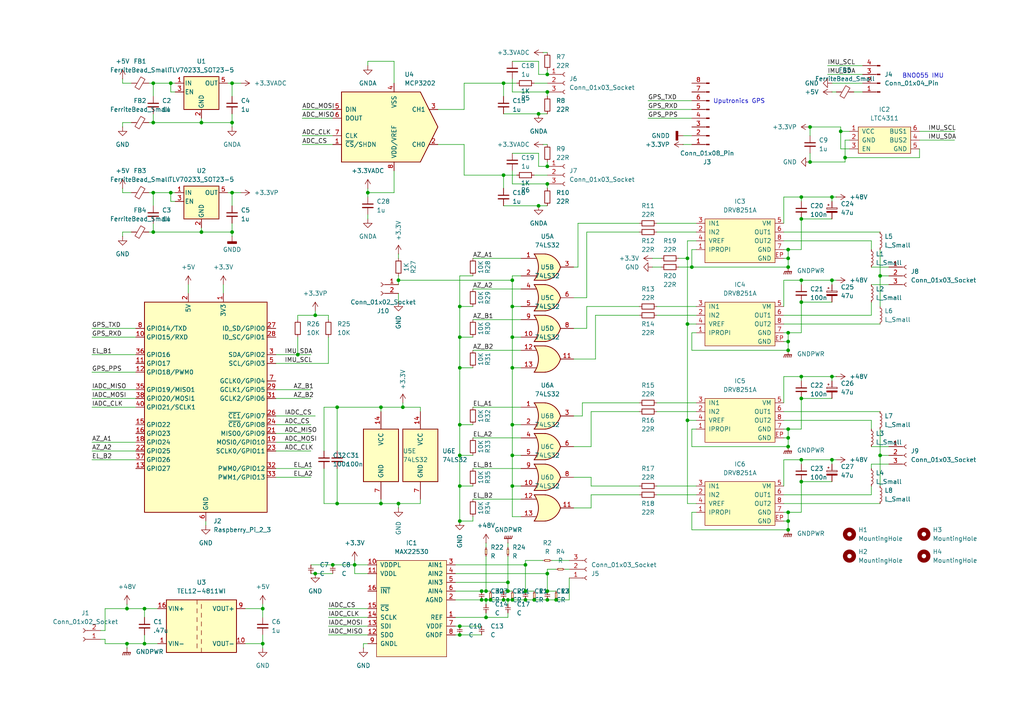
<source format=kicad_sch>
(kicad_sch (version 20231120) (generator "eeschema") (generator_version "8.0")
  (paper "A4")
  (junction (at 232.41 81.28))
  (junction (at 133.35 151.13))
  (junction (at 91.44 91.44))
  (junction (at 228.6 153.67))
  (junction (at 199.39 74.93))
  (junction (at 228.6 129.54))
  (junction (at 255.27 132.08))
  (junction (at 116.84 118.11))
  (junction (at 232.41 57.15))
  (junction (at 49.53 55.88))
  (junction (at 148.59 97.79))
  (junction (at 115.57 146.05))
  (junction (at 58.42 67.31))
  (junction (at 241.3 57.15))
  (junction (at 44.45 24.13))
  (junction (at 41.91 176.53))
  (junction (at 228.6 77.47))
  (junction (at 158.75 26.67))
  (junction (at 110.49 146.05))
  (junction (at 133.35 184.15))
  (junction (at 228.6 96.52))
  (junction (at 147.32 168.91))
  (junction (at 91.44 166.37))
  (junction (at 133.35 106.68))
  (junction (at 133.35 88.9))
  (junction (at 199.39 93.98))
  (junction (at 156.21 33.02))
  (junction (at 140.97 179.07))
  (junction (at 147.32 171.45))
  (junction (at 228.6 148.59))
  (junction (at 232.41 133.35))
  (junction (at 156.21 59.69))
  (junction (at 228.6 124.46))
  (junction (at 148.59 81.28))
  (junction (at 158.75 166.37))
  (junction (at 158.75 48.26))
  (junction (at 142.24 173.99))
  (junction (at 139.7 173.99))
  (junction (at 140.97 171.45))
  (junction (at 102.87 163.83))
  (junction (at 228.6 72.39))
  (junction (at 241.3 133.35))
  (junction (at 232.41 109.22))
  (junction (at 146.05 50.8))
  (junction (at 241.3 81.28))
  (junction (at 148.59 123.19))
  (junction (at 36.83 186.69))
  (junction (at 148.59 173.99))
  (junction (at 148.59 132.08))
  (junction (at 41.91 186.69))
  (junction (at 49.53 24.13))
  (junction (at 158.75 173.99))
  (junction (at 232.41 139.7))
  (junction (at 106.68 55.88))
  (junction (at 133.35 132.08))
  (junction (at 148.59 140.97))
  (junction (at 147.32 173.99))
  (junction (at 199.39 121.92))
  (junction (at 139.7 171.45))
  (junction (at 133.35 140.97))
  (junction (at 44.45 35.56))
  (junction (at 146.05 24.13))
  (junction (at 67.31 55.88))
  (junction (at 44.45 67.31))
  (junction (at 154.94 173.99))
  (junction (at 152.4 171.45))
  (junction (at 148.59 106.68))
  (junction (at 152.4 173.99))
  (junction (at 243.84 38.1))
  (junction (at 110.49 118.11))
  (junction (at 67.31 67.31))
  (junction (at 36.83 176.53))
  (junction (at 228.6 101.6))
  (junction (at 158.75 21.59))
  (junction (at 161.29 173.99))
  (junction (at 228.6 74.93))
  (junction (at 140.97 173.99))
  (junction (at 245.11 45.72))
  (junction (at 200.66 77.47))
  (junction (at 44.45 55.88))
  (junction (at 67.31 24.13))
  (junction (at 158.75 171.45))
  (junction (at 86.36 102.87))
  (junction (at 133.35 181.61))
  (junction (at 158.75 53.34))
  (junction (at 255.27 80.01))
  (junction (at 76.2 186.69))
  (junction (at 241.3 109.22))
  (junction (at 152.4 163.83))
  (junction (at 232.41 115.57))
  (junction (at 228.6 151.13))
  (junction (at 228.6 99.06))
  (junction (at 146.05 173.99))
  (junction (at 67.31 35.56))
  (junction (at 97.79 118.11))
  (junction (at 228.6 127))
  (junction (at 133.35 97.79))
  (junction (at 232.41 87.63))
  (junction (at 148.59 88.9))
  (junction (at 97.79 146.05))
  (junction (at 234.95 46.99))
  (junction (at 96.52 163.83))
  (junction (at 234.95 36.83))
  (junction (at 115.57 81.28))
  (junction (at 58.42 35.56))
  (junction (at 76.2 176.53))
  (junction (at 133.35 123.19))
  (junction (at 232.41 63.5))
  (wire (pts (xy 86.36 102.87) (xy 90.17 102.87)))
  (wire (pts (xy 151.13 132.08) (xy 148.59 132.08)))
  (wire (pts (xy 133.35 181.61) (xy 139.7 181.61)))
  (wire (pts (xy 105.41 186.69) (xy 105.41 187.96)))
  (wire (pts (xy 232.41 133.35) (xy 227.33 133.35)))
  (wire (pts (xy 247.65 26.67) (xy 250.19 26.67)))
  (wire (pts (xy 241.3 57.15) (xy 241.3 58.42)))
  (wire (pts (xy 110.49 146.05) (xy 115.57 146.05)))
  (wire (pts (xy 80.01 113.03) (xy 90.17 113.03)))
  (wire (pts (xy 199.39 146.05) (xy 201.93 146.05)))
  (wire (pts (xy 228.6 74.93) (xy 228.6 72.39)))
  (wire (pts (xy 35.56 68.58) (xy 35.56 67.31)))
  (wire (pts (xy 106.68 186.69) (xy 105.41 186.69)))
  (wire (pts (xy 154.94 24.13) (xy 158.75 24.13)))
  (wire (pts (xy 190.5 67.31) (xy 201.93 67.31)))
  (wire (pts (xy 201.93 72.39) (xy 200.66 72.39)))
  (wire (pts (xy 95.25 105.41) (xy 95.25 97.79)))
  (wire (pts (xy 35.56 36.83) (xy 35.56 35.56)))
  (wire (pts (xy 234.95 36.83) (xy 243.84 36.83)))
  (wire (pts (xy 158.75 165.1) (xy 158.75 166.37)))
  (wire (pts (xy 255.27 72.39) (xy 255.27 80.01)))
  (wire (pts (xy 140.97 173.99) (xy 140.97 175.26)))
  (wire (pts (xy 139.7 184.15) (xy 133.35 184.15)))
  (wire (pts (xy 87.63 34.29) (xy 96.52 34.29)))
  (wire (pts (xy 41.91 176.53) (xy 36.83 176.53)))
  (wire (pts (xy 58.42 35.56) (xy 67.31 35.56)))
  (wire (pts (xy 30.48 186.69) (xy 36.83 186.69)))
  (wire (pts (xy 148.59 140.97) (xy 148.59 132.08)))
  (wire (pts (xy 152.4 173.99) (xy 154.94 173.99)))
  (wire (pts (xy 80.01 125.73) (xy 90.17 125.73)))
  (wire (pts (xy 137.16 83.82) (xy 151.13 83.82)))
  (wire (pts (xy 41.91 186.69) (xy 45.72 186.69)))
  (wire (pts (xy 121.92 144.78) (xy 121.92 146.05)))
  (wire (pts (xy 106.68 19.05) (xy 106.68 17.78)))
  (wire (pts (xy 148.59 106.68) (xy 151.13 106.68)))
  (wire (pts (xy 234.95 44.45) (xy 234.95 46.99)))
  (wire (pts (xy 201.93 96.52) (xy 200.66 96.52)))
  (wire (pts (xy 189.23 77.47) (xy 191.77 77.47)))
  (wire (pts (xy 110.49 144.78) (xy 110.49 146.05)))
  (wire (pts (xy 91.44 91.44) (xy 95.25 91.44)))
  (wire (pts (xy 148.59 88.9) (xy 151.13 88.9)))
  (wire (pts (xy 171.45 140.97) (xy 185.42 140.97)))
  (wire (pts (xy 140.97 173.99) (xy 142.24 173.99)))
  (wire (pts (xy 228.6 96.52) (xy 232.41 96.52)))
  (wire (pts (xy 147.32 173.99) (xy 147.32 175.26)))
  (wire (pts (xy 227.33 57.15) (xy 227.33 64.77)))
  (wire (pts (xy 148.59 26.67) (xy 158.75 26.67)))
  (wire (pts (xy 246.38 40.64) (xy 245.11 40.64)))
  (wire (pts (xy 139.7 171.45) (xy 140.97 171.45)))
  (wire (pts (xy 87.63 31.75) (xy 96.52 31.75)))
  (wire (pts (xy 232.41 63.5) (xy 241.3 63.5)))
  (wire (pts (xy 190.5 119.38) (xy 201.93 119.38)))
  (wire (pts (xy 227.33 146.05) (xy 255.27 146.05)))
  (wire (pts (xy 132.08 166.37) (xy 158.75 166.37)))
  (wire (pts (xy 199.39 93.98) (xy 201.93 93.98)))
  (wire (pts (xy 50.8 26.67) (xy 49.53 26.67)))
  (wire (pts (xy 147.32 173.99) (xy 148.59 173.99)))
  (wire (pts (xy 147.32 179.07) (xy 140.97 179.07)))
  (wire (pts (xy 232.41 148.59) (xy 232.41 139.7)))
  (wire (pts (xy 227.33 133.35) (xy 227.33 140.97)))
  (wire (pts (xy 252.73 77.47) (xy 257.81 77.47)))
  (wire (pts (xy 146.05 33.02) (xy 156.21 33.02)))
  (wire (pts (xy 166.37 147.32) (xy 171.45 147.32)))
  (wire (pts (xy 71.12 176.53) (xy 76.2 176.53)))
  (wire (pts (xy 146.05 24.13) (xy 146.05 27.94)))
  (wire (pts (xy 228.6 127) (xy 228.6 129.54)))
  (wire (pts (xy 147.32 157.48) (xy 147.32 158.75)))
  (wire (pts (xy 29.21 182.88) (xy 30.48 182.88)))
  (wire (pts (xy 97.79 135.89) (xy 97.79 146.05)))
  (wire (pts (xy 227.33 81.28) (xy 227.33 88.9)))
  (wire (pts (xy 158.75 21.59) (xy 156.21 21.59)))
  (wire (pts (xy 139.7 173.99) (xy 140.97 173.99)))
  (wire (pts (xy 80.01 115.57) (xy 90.17 115.57)))
  (wire (pts (xy 156.21 59.69) (xy 158.75 59.69)))
  (wire (pts (xy 54.61 82.55) (xy 54.61 85.09)))
  (wire (pts (xy 232.41 124.46) (xy 232.41 115.57)))
  (wire (pts (xy 151.13 140.97) (xy 148.59 140.97)))
  (wire (pts (xy 137.16 127) (xy 151.13 127)))
  (wire (pts (xy 228.6 124.46) (xy 232.41 124.46)))
  (wire (pts (xy 137.16 151.13) (xy 133.35 151.13)))
  (wire (pts (xy 43.18 35.56) (xy 44.45 35.56)))
  (wire (pts (xy 140.97 171.45) (xy 142.24 171.45)))
  (wire (pts (xy 228.6 151.13) (xy 228.6 153.67)))
  (wire (pts (xy 243.84 38.1) (xy 246.38 38.1)))
  (wire (pts (xy 115.57 73.66) (xy 115.57 74.93)))
  (wire (pts (xy 115.57 146.05) (xy 115.57 147.32)))
  (wire (pts (xy 252.73 121.92) (xy 227.33 121.92)))
  (wire (pts (xy 43.18 55.88) (xy 44.45 55.88)))
  (wire (pts (xy 152.4 163.83) (xy 152.4 162.56)))
  (wire (pts (xy 44.45 33.02) (xy 44.45 35.56)))
  (wire (pts (xy 148.59 173.99) (xy 152.4 173.99)))
  (wire (pts (xy 148.59 123.19) (xy 148.59 132.08)))
  (wire (pts (xy 93.98 118.11) (xy 97.79 118.11)))
  (wire (pts (xy 36.83 187.96) (xy 36.83 186.69)))
  (wire (pts (xy 151.13 149.86) (xy 148.59 149.86)))
  (wire (pts (xy 26.67 95.25) (xy 39.37 95.25)))
  (wire (pts (xy 242.57 57.15) (xy 241.3 57.15)))
  (wire (pts (xy 93.98 146.05) (xy 97.79 146.05)))
  (wire (pts (xy 134.62 31.75) (xy 134.62 24.13)))
  (wire (pts (xy 190.5 64.77) (xy 201.93 64.77)))
  (wire (pts (xy 142.24 173.99) (xy 146.05 173.99)))
  (wire (pts (xy 257.81 134.62) (xy 252.73 134.62)))
  (wire (pts (xy 156.21 44.45) (xy 148.59 44.45)))
  (wire (pts (xy 167.64 64.77) (xy 185.42 64.77)))
  (wire (pts (xy 133.35 88.9) (xy 133.35 80.01)))
  (wire (pts (xy 234.95 46.99) (xy 245.11 46.99)))
  (wire (pts (xy 132.08 171.45) (xy 139.7 171.45)))
  (wire (pts (xy 166.37 138.43) (xy 171.45 138.43)))
  (wire (pts (xy 242.57 81.28) (xy 241.3 81.28)))
  (wire (pts (xy 200.66 148.59) (xy 200.66 153.67)))
  (wire (pts (xy 95.25 91.44) (xy 95.25 92.71)))
  (wire (pts (xy 102.87 166.37) (xy 106.68 166.37)))
  (wire (pts (xy 91.44 90.17) (xy 91.44 91.44)))
  (wire (pts (xy 26.67 118.11) (xy 39.37 118.11)))
  (wire (pts (xy 228.6 148.59) (xy 232.41 148.59)))
  (wire (pts (xy 49.53 24.13) (xy 50.8 24.13)))
  (wire (pts (xy 196.85 77.47) (xy 200.66 77.47)))
  (wire (pts (xy 171.45 129.54) (xy 171.45 119.38)))
  (wire (pts (xy 148.59 97.79) (xy 151.13 97.79)))
  (wire (pts (xy 199.39 93.98) (xy 199.39 121.92)))
  (wire (pts (xy 199.39 74.93) (xy 199.39 93.98)))
  (wire (pts (xy 156.21 17.78) (xy 148.59 17.78)))
  (wire (pts (xy 147.32 168.91) (xy 147.32 171.45)))
  (wire (pts (xy 228.6 124.46) (xy 227.33 124.46)))
  (wire (pts (xy 43.18 24.13) (xy 44.45 24.13)))
  (wire (pts (xy 26.67 130.81) (xy 39.37 130.81)))
  (wire (pts (xy 241.3 81.28) (xy 232.41 81.28)))
  (wire (pts (xy 201.93 148.59) (xy 200.66 148.59)))
  (wire (pts (xy 163.83 165.1) (xy 165.1 165.1)))
  (wire (pts (xy 146.05 59.69) (xy 156.21 59.69)))
  (wire (pts (xy 133.35 132.08) (xy 133.35 123.19)))
  (wire (pts (xy 95.25 179.07) (xy 106.68 179.07)))
  (wire (pts (xy 200.66 124.46) (xy 200.66 129.54)))
  (wire (pts (xy 166.37 129.54) (xy 171.45 129.54)))
  (wire (pts (xy 67.31 55.88) (xy 66.04 55.88)))
  (wire (pts (xy 252.73 69.85) (xy 227.33 69.85)))
  (wire (pts (xy 115.57 85.09) (xy 115.57 87.63)))
  (wire (pts (xy 201.93 124.46) (xy 200.66 124.46)))
  (wire (pts (xy 26.67 97.79) (xy 39.37 97.79)))
  (wire (pts (xy 127 41.91) (xy 134.62 41.91)))
  (wire (pts (xy 228.6 96.52) (xy 227.33 96.52)))
  (wire (pts (xy 199.39 69.85) (xy 201.93 69.85)))
  (wire (pts (xy 106.68 54.61) (xy 106.68 55.88)))
  (wire (pts (xy 157.48 15.24) (xy 158.75 15.24)))
  (wire (pts (xy 96.52 163.83) (xy 102.87 163.83)))
  (wire (pts (xy 26.67 102.87) (xy 39.37 102.87)))
  (wire (pts (xy 115.57 81.28) (xy 115.57 82.55)))
  (wire (pts (xy 252.73 69.85) (xy 252.73 72.39)))
  (wire (pts (xy 133.35 88.9) (xy 137.16 88.9)))
  (wire (pts (xy 148.59 123.19) (xy 151.13 123.19)))
  (wire (pts (xy 76.2 175.26) (xy 76.2 176.53)))
  (wire (pts (xy 67.31 55.88) (xy 69.85 55.88)))
  (wire (pts (xy 90.17 163.83) (xy 96.52 163.83)))
  (wire (pts (xy 166.37 86.36) (xy 170.18 86.36)))
  (wire (pts (xy 165.1 167.64) (xy 165.1 173.99)))
  (wire (pts (xy 67.31 35.56) (xy 67.31 33.02)))
  (wire (pts (xy 148.59 49.53) (xy 148.59 53.34)))
  (wire (pts (xy 133.35 97.79) (xy 137.16 97.79)))
  (wire (pts (xy 227.33 127) (xy 228.6 127)))
  (wire (pts (xy 49.53 55.88) (xy 44.45 55.88)))
  (wire (pts (xy 200.66 77.47) (xy 228.6 77.47)))
  (wire (pts (xy 156.21 33.02) (xy 158.75 33.02)))
  (wire (pts (xy 67.31 27.94) (xy 67.31 24.13)))
  (wire (pts (xy 232.41 57.15) (xy 232.41 58.42)))
  (wire (pts (xy 132.08 181.61) (xy 133.35 181.61)))
  (wire (pts (xy 165.1 173.99) (xy 161.29 173.99)))
  (wire (pts (xy 114.3 55.88) (xy 114.3 49.53)))
  (wire (pts (xy 190.5 88.9) (xy 201.93 88.9)))
  (wire (pts (xy 49.53 58.42) (xy 49.53 55.88)))
  (wire (pts (xy 67.31 24.13) (xy 66.04 24.13)))
  (wire (pts (xy 110.49 118.11) (xy 116.84 118.11)))
  (wire (pts (xy 102.87 163.83) (xy 102.87 166.37)))
  (wire (pts (xy 227.33 67.31) (xy 255.27 67.31)))
  (wire (pts (xy 255.27 124.46) (xy 255.27 132.08)))
  (wire (pts (xy 26.67 115.57) (xy 39.37 115.57)))
  (wire (pts (xy 115.57 146.05) (xy 121.92 146.05)))
  (wire (pts (xy 228.6 151.13) (xy 228.6 148.59)))
  (wire (pts (xy 232.41 133.35) (xy 232.41 134.62)))
  (wire (pts (xy 41.91 176.53) (xy 45.72 176.53)))
  (wire (pts (xy 147.32 161.29) (xy 147.32 168.91)))
  (wire (pts (xy 35.56 22.86) (xy 35.56 24.13)))
  (wire (pts (xy 133.35 132.08) (xy 137.16 132.08)))
  (wire (pts (xy 156.21 21.59) (xy 156.21 17.78)))
  (wire (pts (xy 41.91 176.53) (xy 41.91 179.07)))
  (wire (pts (xy 158.75 173.99) (xy 161.29 173.99)))
  (wire (pts (xy 95.25 184.15) (xy 106.68 184.15)))
  (wire (pts (xy 241.3 24.13) (xy 250.19 24.13)))
  (wire (pts (xy 240.03 21.59) (xy 250.19 21.59)))
  (wire (pts (xy 80.01 138.43) (xy 90.17 138.43)))
  (wire (pts (xy 133.35 123.19) (xy 137.16 123.19)))
  (wire (pts (xy 132.08 168.91) (xy 147.32 168.91)))
  (wire (pts (xy 41.91 184.15) (xy 41.91 186.69)))
  (wire (pts (xy 187.96 31.75) (xy 200.66 31.75)))
  (wire (pts (xy 44.45 64.77) (xy 44.45 67.31)))
  (wire (pts (xy 133.35 151.13) (xy 133.35 140.97)))
  (wire (pts (xy 140.97 161.29) (xy 140.97 171.45)))
  (wire (pts (xy 156.21 48.26) (xy 156.21 44.45)))
  (wire (pts (xy 67.31 59.69) (xy 67.31 55.88)))
  (wire (pts (xy 148.59 80.01) (xy 148.59 81.28)))
  (wire (pts (xy 50.8 58.42) (xy 49.53 58.42)))
  (wire (pts (xy 232.41 81.28) (xy 227.33 81.28)))
  (wire (pts (xy 158.75 26.67) (xy 158.75 27.94)))
  (wire (pts (xy 97.79 118.11) (xy 97.79 130.81)))
  (wire (pts (xy 134.62 50.8) (xy 134.62 41.91)))
  (wire (pts (xy 137.16 135.89) (xy 151.13 135.89)))
  (wire (pts (xy 67.31 67.31) (xy 67.31 68.58)))
  (wire (pts (xy 241.3 81.28) (xy 241.3 82.55)))
  (wire (pts (xy 58.42 67.31) (xy 58.42 66.04)))
  (wire (pts (xy 243.84 38.1) (xy 243.84 36.83)))
  (wire (pts (xy 95.25 181.61) (xy 106.68 181.61)))
  (wire (pts (xy 189.23 74.93) (xy 191.77 74.93)))
  (wire (pts (xy 132.08 179.07) (xy 140.97 179.07)))
  (wire (pts (xy 232.41 96.52) (xy 232.41 87.63)))
  (wire (pts (xy 241.3 57.15) (xy 232.41 57.15)))
  (wire (pts (xy 140.97 157.48) (xy 140.97 158.75)))
  (wire (pts (xy 245.11 40.64) (xy 245.11 45.72)))
  (wire (pts (xy 67.31 24.13) (xy 69.85 24.13)))
  (wire (pts (xy 232.41 57.15) (xy 227.33 57.15)))
  (wire (pts (xy 158.75 53.34) (xy 158.75 54.61)))
  (wire (pts (xy 200.66 153.67) (xy 228.6 153.67)))
  (wire (pts (xy 232.41 109.22) (xy 232.41 110.49)))
  (wire (pts (xy 95.25 176.53) (xy 106.68 176.53)))
  (wire (pts (xy 80.01 123.19) (xy 90.17 123.19)))
  (wire (pts (xy 80.01 105.41) (xy 95.25 105.41)))
  (wire (pts (xy 97.79 146.05) (xy 110.49 146.05)))
  (wire (pts (xy 67.31 67.31) (xy 67.31 64.77)))
  (wire (pts (xy 252.73 140.97) (xy 252.73 143.51)))
  (wire (pts (xy 266.7 40.64) (xy 276.86 40.64)))
  (wire (pts (xy 137.16 92.71) (xy 151.13 92.71)))
  (wire (pts (xy 35.56 35.56) (xy 38.1 35.56)))
  (wire (pts (xy 132.08 173.99) (xy 139.7 173.99)))
  (wire (pts (xy 198.12 39.37) (xy 200.66 39.37)))
  (wire (pts (xy 137.16 74.93) (xy 151.13 74.93)))
  (wire (pts (xy 252.73 87.63) (xy 252.73 91.44)))
  (wire (pts (xy 44.45 35.56) (xy 58.42 35.56)))
  (wire (pts (xy 102.87 162.56) (xy 102.87 163.83)))
  (wire (pts (xy 90.17 166.37) (xy 91.44 166.37)))
  (wire (pts (xy 170.18 67.31) (xy 185.42 67.31)))
  (wire (pts (xy 152.4 162.56) (xy 157.48 162.56)))
  (wire (pts (xy 133.35 80.01) (xy 137.16 80.01)))
  (wire (pts (xy 200.66 129.54) (xy 228.6 129.54)))
  (wire (pts (xy 146.05 173.99) (xy 147.32 173.99)))
  (wire (pts (xy 161.29 165.1) (xy 158.75 165.1)))
  (wire (pts (xy 58.42 35.56) (xy 58.42 34.29)))
  (wire (pts (xy 106.68 62.23) (xy 106.68 63.5)))
  (wire (pts (xy 30.48 176.53) (xy 30.48 182.88)))
  (wire (pts (xy 196.85 74.93) (xy 199.39 74.93)))
  (wire (pts (xy 102.87 163.83) (xy 106.68 163.83)))
  (wire (pts (xy 121.92 118.11) (xy 121.92 119.38)))
  (wire (pts (xy 87.63 41.91) (xy 96.52 41.91)))
  (wire (pts (xy 80.01 128.27) (xy 90.17 128.27)))
  (wire (pts (xy 149.86 50.8) (xy 146.05 50.8)))
  (wire (pts (xy 148.59 53.34) (xy 158.75 53.34)))
  (wire (pts (xy 190.5 116.84) (xy 201.93 116.84)))
  (wire (pts (xy 44.45 55.88) (xy 44.45 59.69)))
  (wire (pts (xy 241.3 109.22) (xy 241.3 110.49)))
  (wire (pts (xy 151.13 80.01) (xy 148.59 80.01)))
  (wire (pts (xy 146.05 50.8) (xy 146.05 54.61)))
  (wire (pts (xy 241.3 133.35) (xy 232.41 133.35)))
  (wire (pts (xy 80.01 102.87) (xy 86.36 102.87)))
  (wire (pts (xy 170.18 95.25) (xy 170.18 88.9)))
  (wire (pts (xy 133.35 140.97) (xy 133.35 132.08)))
  (wire (pts (xy 76.2 176.53) (xy 76.2 179.07)))
  (wire (pts (xy 67.31 35.56) (xy 67.31 36.83)))
  (wire (pts (xy 80.01 135.89) (xy 90.17 135.89)))
  (wire (pts (xy 140.97 177.8) (xy 140.97 179.07)))
  (wire (pts (xy 26.67 128.27) (xy 39.37 128.27)))
  (wire (pts (xy 106.68 17.78) (xy 114.3 17.78)))
  (wire (pts (xy 200.66 101.6) (xy 228.6 101.6)))
  (wire (pts (xy 157.48 41.91) (xy 158.75 41.91)))
  (wire (pts (xy 115.57 81.28) (xy 148.59 81.28)))
  (wire (pts (xy 190.5 91.44) (xy 201.93 91.44)))
  (wire (pts (xy 252.73 134.62) (xy 252.73 135.89)))
  (wire (pts (xy 86.36 97.79) (xy 86.36 102.87)))
  (wire (pts (xy 35.56 24.13) (xy 38.1 24.13)))
  (wire (pts (xy 80.01 120.65) (xy 91.44 120.65)))
  (wire (pts (xy 26.67 107.95) (xy 39.37 107.95)))
  (wire (pts (xy 146.05 50.8) (xy 134.62 50.8)))
  (wire (pts (xy 26.67 113.03) (xy 39.37 113.03)))
  (wire (pts (xy 36.83 186.69) (xy 41.91 186.69)))
  (wire (pts (xy 255.27 132.08) (xy 257.81 132.08)))
  (wire (pts (xy 44.45 24.13) (xy 44.45 27.94)))
  (wire (pts (xy 91.44 166.37) (xy 96.52 166.37)))
  (wire (pts (xy 255.27 80.01) (xy 257.81 80.01)))
  (wire (pts (xy 198.12 41.91) (xy 200.66 41.91)))
  (wire (pts (xy 86.36 91.44) (xy 91.44 91.44)))
  (wire (pts (xy 49.53 26.67) (xy 49.53 24.13)))
  (wire (pts (xy 133.35 106.68) (xy 137.16 106.68)))
  (wire (pts (xy 232.41 72.39) (xy 232.41 63.5)))
  (wire (pts (xy 44.45 67.31) (xy 58.42 67.31)))
  (wire (pts (xy 172.72 104.14) (xy 172.72 91.44)))
  (wire (pts (xy 30.48 185.42) (xy 30.48 186.69)))
  (wire (pts (xy 148.59 106.68) (xy 148.59 123.19)))
  (wire (pts (xy 187.96 29.21) (xy 200.66 29.21)))
  (wire (pts (xy 199.39 121.92) (xy 199.39 146.05)))
  (wire (pts (xy 49.53 24.13) (xy 44.45 24.13)))
  (wire (pts (xy 200.66 96.52) (xy 200.66 101.6)))
  (wire (pts (xy 234.95 36.83) (xy 234.95 39.37)))
  (wire (pts (xy 115.57 80.01) (xy 115.57 81.28)))
  (wire (pts (xy 35.56 55.88) (xy 38.1 55.88)))
  (wire (pts (xy 76.2 186.69) (xy 76.2 187.96)))
  (wire (pts (xy 168.91 116.84) (xy 185.42 116.84)))
  (wire (pts (xy 149.86 24.13) (xy 146.05 24.13)))
  (wire (pts (xy 133.35 140.97) (xy 137.16 140.97)))
  (wire (pts (xy 137.16 101.6) (xy 151.13 101.6)))
  (wire (pts (xy 158.75 48.26) (xy 156.21 48.26)))
  (wire (pts (xy 132.08 163.83) (xy 152.4 163.83)))
  (wire (pts (xy 232.41 87.63) (xy 241.3 87.63)))
  (wire (pts (xy 133.35 97.79) (xy 133.35 88.9)))
  (wire (pts (xy 228.6 127) (xy 228.6 124.46)))
  (wire (pts (xy 257.81 82.55) (xy 252.73 82.55)))
  (wire (pts (xy 154.94 173.99) (xy 158.75 173.99)))
  (wire (pts (xy 170.18 88.9) (xy 185.42 88.9)))
  (wire (pts (xy 35.56 54.61) (xy 35.56 55.88)))
  (wire (pts (xy 158.75 20.32) (xy 158.75 21.59)))
  (wire (pts (xy 93.98 135.89) (xy 93.98 146.05)))
  (wire (pts (xy 35.56 67.31) (xy 38.1 67.31)))
  (wire (pts (xy 158.75 46.99) (xy 158.75 48.26)))
  (wire (pts (xy 227.33 74.93) (xy 228.6 74.93)))
  (wire (pts (xy 242.57 109.22) (xy 241.3 109.22)))
  (wire (pts (xy 190.5 143.51) (xy 201.93 143.51)))
  (wire (pts (xy 152.4 171.45) (xy 152.4 163.83)))
  (wire (pts (xy 227.33 119.38) (xy 255.27 119.38)))
  (wire (pts (xy 86.36 92.71) (xy 86.36 91.44)))
  (wire (pts (xy 166.37 120.65) (xy 168.91 120.65)))
  (wire (pts (xy 227.33 99.06) (xy 228.6 99.06)))
  (wire (pts (xy 228.6 99.06) (xy 228.6 101.6)))
  (wire (pts (xy 255.27 80.01) (xy 255.27 88.9)))
  (wire (pts (xy 76.2 184.15) (xy 76.2 186.69)))
  (wire (pts (xy 266.7 45.72) (xy 266.7 43.18)))
  (wire (pts (xy 170.18 86.36) (xy 170.18 67.31)))
  (wire (pts (xy 266.7 38.1) (xy 276.86 38.1)))
  (wire (pts (xy 171.45 119.38) (xy 185.42 119.38)))
  (wire (pts (xy 58.42 67.31) (xy 67.31 67.31)))
  (wire (pts (xy 227.33 143.51) (xy 252.73 143.51)))
  (wire (pts (xy 228.6 148.59) (xy 227.33 148.59)))
  (wire (pts (xy 43.18 67.31) (xy 44.45 67.31)))
  (wire (pts (xy 137.16 144.78) (xy 151.13 144.78)))
  (wire (pts (xy 171.45 143.51) (xy 185.42 143.51)))
  (wire (pts (xy 154.94 171.45) (xy 152.4 171.45)))
  (wire (pts (xy 243.84 43.18) (xy 246.38 43.18)))
  (wire (pts (xy 228.6 72.39) (xy 227.33 72.39)))
  (wire (pts (xy 147.32 171.45) (xy 148.59 171.45)))
  (wire (pts (xy 148.59 140.97) (xy 148.59 149.86)))
  (wire (pts (xy 241.3 26.67) (xy 242.57 26.67)))
  (wire (pts (xy 110.49 118.11) (xy 97.79 118.11)))
  (wire (pts (xy 148.59 22.86) (xy 148.59 26.67)))
  (wire (pts (xy 240.03 19.05) (xy 250.19 19.05)))
  (wire (pts (xy 242.57 133.35) (xy 241.3 133.35)))
  (wire (pts (xy 71.12 186.69) (xy 76.2 186.69)))
  (wire (pts (xy 171.45 138.43) (xy 171.45 140.97)))
  (wire (pts (xy 49.53 55.88) (xy 50.8 55.88)))
  (wire (pts (xy 200.66 72.39) (xy 200.66 77.47)))
  (wire (pts (xy 133.35 184.15) (xy 132.08 184.15)))
  (wire (pts (xy 146.05 171.45) (xy 147.32 171.45)))
  (wire (pts (xy 137.16 149.86) (xy 137.16 151.13)))
  (wire (pts (xy 257.81 129.54) (xy 252.73 129.54)))
  (wire (pts (xy 187.96 34.29) (xy 200.66 34.29)))
  (wire (pts (xy 190.5 140.97) (xy 201.93 140.97)))
  (wire (pts (xy 106.68 55.88) (xy 114.3 55.88)))
  (wire (pts (xy 241.3 109.22) (xy 232.41 109.22)))
  (wire (pts (xy 232.41 115.57) (xy 241.3 115.57)))
  (wire (pts (xy 148.59 88.9) (xy 148.59 97.79)))
  (wire (pts (xy 167.64 77.47) (xy 167.64 64.77)))
  (wire (pts (xy 228.6 74.93) (xy 228.6 77.47)))
  (wire (pts (xy 255.27 132.08) (xy 255.27 140.97)))
  (wire (pts (xy 26.67 133.35) (xy 39.37 133.35)))
  (wire (pts (xy 245.11 46.99) (xy 245.11 45.72)))
  (wire (pts (xy 110.49 119.38) (xy 110.49 118.11)))
  (wire (pts (xy 166.37 104.14) (xy 172.72 104.14)))
  (wire (pts (xy 166.37 77.47) (xy 167.64 77.47)))
  (wire (pts (xy 64.77 82.55) (xy 64.77 85.09)))
  (wire (pts (xy 127 31.75) (xy 134.62 31.75)))
  (wire (pts (xy 232.41 139.7) (xy 241.3 139.7)))
  (wire (pts (xy 36.83 176.53) (xy 30.48 176.53)))
  (wire (pts (xy 158.75 166.37) (xy 158.75 171.45)))
  (wire (pts (xy 154.94 50.8) (xy 158.75 50.8)))
  (wire (pts (xy 59.69 151.13) (xy 59.69 152.4)))
  (wire (pts (xy 199.39 74.93) (xy 199.39 69.85)))
  (wire (pts (xy 172.72 91.44) (xy 185.42 91.44)))
  (wire (pts (xy 116.84 118.11) (xy 121.92 118.11)))
  (wire (pts (xy 106.68 55.88) (xy 106.68 57.15)))
  (wire (pts (xy 29.21 185.42) (xy 30.48 185.42)))
  (wire (pts (xy 199.39 121.92) (xy 201.93 121.92)))
  (wire (pts (xy 227.33 93.98) (xy 255.27 93.98)))
  (wire (pts (xy 227.33 151.13) (xy 228.6 151.13)))
  (wire (pts (xy 133.35 106.68) (xy 133.35 97.79)))
  (wire (pts (xy 80.01 130.81) (xy 90.17 130.81)))
  (wire (pts (xy 137.16 118.11) (xy 151.13 118.11)))
  (wire (pts (xy 148.59 97.79) (xy 148.59 106.68)))
  (wire (pts (xy 160.02 162.56) (xy 165.1 162.56)))
  (wire (pts (xy 227.33 109.22) (xy 227.33 116.84)))
  (wire (pts (xy 166.37 95.25) (xy 170.18 95.25)))
  (wire (pts (xy 227.33 91.44) (xy 252.73 91.44)))
  (wire (pts (xy 228.6 72.39) (xy 232.41 72.39)))
  (wire (pts (xy 241.3 133.35) (xy 241.3 134.62)))
  (wire (pts (xy 36.83 175.26) (xy 36.83 176.53)))
  (wire (pts (xy 116.84 116.84) (xy 116.84 118.11)))
  (wire (pts (xy 228.6 99.06) (xy 228.6 96.52)))
  (wire (pts (xy 245.11 45.72) (xy 266.7 45.72)))
  (wire (pts (xy 252.73 121.92) (xy 252.73 124.46)))
  (wire (pts (xy 232.41 81.28) (xy 232.41 82.55)))
  (wire (pts (xy 133.35 123.19) (xy 133.35 106.68)))
  (wire (pts (xy 171.45 147.32) (xy 171.45 143.51)))
  (wire (pts (xy 93.98 130.81) (xy 93.98 118.11)))
  (wire (pts (xy 168.91 120.65) (xy 168.91 116.84)))
  (wire (pts (xy 134.62 24.13) (xy 146.05 24.13)))
  (wire (pts (xy 243.84 38.1) (xy 243.84 43.18)))
  (wire (pts (xy 232.41 109.22) (xy 227.33 109.22)))
  (wire (pts (xy 114.3 17.78) (xy 114.3 24.13)))
  (wire (pts (xy 147.32 177.8) (xy 147.32 179.07)))
  (wire (pts (xy 96.52 39.37) (xy 87.63 39.37)))
  (wire (pts (xy 161.29 171.45) (xy 158.75 171.45)))
  (wire (pts (xy 148.59 81.28) (xy 148.59 88.9)))
  (text "Uputronics GPS" (at 214.376 29.464 0) (effects (font (size 1.27 1.27))))
  (text "BNO055 IMU" (at 267.716 22.098 0) (effects (font (size 1.27 1.27))))
  (label "IADC_MISO" (at 95.25 184.15 0))
  (label "GPS_PPS" (at 26.67 107.95 0))
  (label "EL_B1" (at 26.67 102.87 0))
  (label "ADC_CS" (at 82.55 123.19 0))
  (label "GPS_TXD" (at 187.96 29.21 0))
  (label "GPS_PPS" (at 187.96 34.29 0))
  (label "AZ_B1" (at 137.16 92.71 0))
  (label "IADC_MOSI" (at 26.67 115.57 0))
  (label "IMU_SCL" (at 240.03 19.05 0))
  (label "IADC_MISO" (at 26.67 113.03 0))
  (label "GPS_RXD" (at 187.96 31.75 0))
  (label "ADC_CS" (at 87.63 41.91 0))
  (label "IADC_MOSI" (at 95.25 181.61 0))
  (label "AZ_A1" (at 26.67 128.27 0))
  (label "AZ_A2" (at 26.67 130.81 0))
  (label "GPS_TXD" (at 26.67 95.25 0))
  (label "IMU_SCL" (at 269.24 38.1 0))
  (label "IMU_SCL" (at 82.55 105.41 0))
  (label "EL_A2" (at 85.09 138.43 0))
  (label "EL_A2" (at 137.16 127 0))
  (label "AZ_A1" (at 137.16 74.93 0))
  (label "EL_A1" (at 85.09 135.89 0))
  (label "IMU_SDA" (at 269.24 40.64 0))
  (label "ADC_MOSI" (at 87.63 31.75 0))
  (label "IADC_CLK" (at 26.67 118.11 0))
  (label "ADC_CLK" (at 82.55 130.81 0))
  (label "EL_B2" (at 137.16 144.78 0))
  (label "ADC_MISO" (at 82.55 125.73 0))
  (label "IMU_SDA" (at 240.03 21.59 0))
  (label "ADC_CLK" (at 87.63 39.37 0))
  (label "AZ_B2" (at 85.09 115.57 0))
  (label "ADC_MOSI" (at 82.55 128.27 0))
  (label "EL_B2" (at 26.67 133.35 0))
  (label "EL_B1" (at 137.16 135.89 0))
  (label "AZ_A2" (at 137.16 83.82 0))
  (label "IMU_SDA" (at 82.55 102.87 0))
  (label "ADC_MISO" (at 87.63 34.29 0))
  (label "GPS_RXD" (at 26.67 97.79 0))
  (label "AZ_B1" (at 85.09 113.03 0))
  (label "EL_A1" (at 137.16 118.11 0))
  (label "IADC_CS" (at 82.55 120.65 0))
  (label "AZ_B2" (at 137.16 101.6 0))
  (label "IADC_CLK" (at 95.25 179.07 0))
  (label "IADC_CS" (at 95.25 176.53 0))
  (symbol (lib_id "Device:FerriteBead_Small") (at 40.64 55.88 90) (unit 1)
    (property "Reference" "FB3" (at 40.6019 49.53 90))
    (property "Value" "FerriteBead_Small" (at 40.6019 52.07 90))
    (property "Footprint" "Inductor_SMD:L_0805_2012Metric_Pad1.05x1.20mm_HandSolder" (effects (hide yes)))
    (property "Description" "Ferrite bead, small symbol" (effects (hide yes)))
  )
  (symbol (lib_id "Device:R_Small") (at 187.96 67.31 270) (unit 1)
    (property "Reference" "R12" (at 187.96 69.85 90))
    (property "Value" "22R" (at 187.96 72.39 90))
    (property "Footprint" "Resistor_SMD:R_0603_1608Metric_Pad0.98x0.95mm_HandSolder" (effects (hide yes)))
    (property "Description" "Resistor, small symbol" (effects (hide yes)))
  )
  (symbol (lib_id "power:GND") (at 115.57 147.32 0) (unit 1)
    (property "Reference" "#PWR048" (effects (hide yes)))
    (property "Value" "GND" (at 115.5699 151.13 90) (effects (justify right)))
    (property "Description" "Power symbol creates a global label with name \"GND\" , ground" (effects (hide yes)))
  )
  (symbol (lib_id "Device:C_Small") (at 67.31 62.23 0) (unit 1)
    (property "Reference" "C5" (at 69.85 60.9662 0) (effects (justify left)))
    (property "Value" "1u" (at 69.85 63.5062 0) (effects (justify left)))
    (property "Footprint" "Capacitor_SMD:C_0603_1608Metric_Pad1.08x0.95mm_HandSolder" (effects (hide yes)))
    (property "Description" "Unpolarized capacitor, small symbol" (effects (hide yes)))
  )
  (symbol (lib_id "Device:L_Small") (at 252.73 85.09 0) (unit 1)
    (property "Reference" "L2" (at 254 83.8199 0) (effects (justify left)))
    (property "Value" "L_Small" (at 254 86.3599 0) (effects (justify left)))
    (property "Footprint" "Inductor_THT:L_Axial_L5.3mm_D2.2mm_P10.16mm_Horizontal_Vishay_IM-1" (effects (hide yes)))
    (property "Description" "Inductor, small symbol" (effects (hide yes)))
  )
  (symbol (lib_id "Mechanical:MountingHole") (at 246.38 161.29 0) (unit 1) (exclude_from_sim yes) (in_bom no)
    (property "Reference" "H2" (at 248.92 160.0199 0) (effects (justify left)))
    (property "Value" "MountingHole" (at 248.92 162.5599 0) (effects (justify left)))
    (property "Footprint" "MountingHole:MountingHole_2.7mm_M2.5" (effects (hide yes)))
    (property "Description" "Mounting Hole without connection" (effects (hide yes)))
  )
  (symbol (lib_id "Device:R_Small") (at 187.96 91.44 270) (unit 1)
    (property "Reference" "R14" (at 187.96 93.98 90))
    (property "Value" "22R" (at 187.96 96.52 90))
    (property "Footprint" "Resistor_SMD:R_0603_1608Metric_Pad0.98x0.95mm_HandSolder" (effects (hide yes)))
    (property "Description" "Resistor, small symbol" (effects (hide yes)))
  )
  (symbol (lib_id "Device:R_Small") (at 152.4 50.8 270) (unit 1)
    (property "Reference" "R6" (at 152.4 55.118 90))
    (property "Value" "1K" (at 152.4 53.086 90))
    (property "Footprint" "Resistor_SMD:R_0603_1608Metric_Pad0.98x0.95mm_HandSolder" (effects (hide yes)))
    (property "Description" "Resistor, small symbol" (effects (hide yes)))
  )
  (symbol (lib_id "Connector:Conn_01x08_Pin") (at 205.74 34.29 180) (unit 1)
    (property "Reference" "J3" (at 205.105 46.99 0))
    (property "Value" "Conn_01x08_Pin" (at 205.105 44.45 0))
    (property "Footprint" "Connector_PinSocket_2.54mm:PinSocket_1x08_P2.54mm_Vertical" (effects (hide yes)))
    (property "Description" "Generic connector, single row, 01x08, script generated" (effects (hide yes)))
  )
  (symbol (lib_id "power:+3.3V") (at 102.87 162.56 0) (unit 1)
    (property "Reference" "#PWR017" (effects (hide yes)))
    (property "Value" "+3.3V" (at 102.87 157.48 0))
    (property "Description" "Power symbol creates a global label with name \"+3.3V\"" (effects (hide yes)))
  )
  (symbol (lib_id "Device:R_Small") (at 137.16 77.47 0) (unit 1)
    (property "Reference" "R28" (at 141.478 77.47 90))
    (property "Value" "10K" (at 139.446 77.47 90))
    (property "Footprint" "Resistor_SMD:R_0603_1608Metric_Pad0.98x0.95mm_HandSolder" (effects (hide yes)))
    (property "Description" "Resistor, small symbol" (effects (hide yes)))
  )
  (symbol (lib_id "Device:R_Small") (at 137.16 104.14 0) (unit 1)
    (property "Reference" "R31" (at 141.478 104.14 90))
    (property "Value" "10K" (at 139.446 104.14 90))
    (property "Footprint" "Resistor_SMD:R_0603_1608Metric_Pad0.98x0.95mm_HandSolder" (effects (hide yes)))
    (property "Description" "Resistor, small symbol" (effects (hide yes)))
  )
  (symbol (lib_id "Mechanical:MountingHole") (at 267.97 154.94 0) (unit 1) (exclude_from_sim yes) (in_bom no)
    (property "Reference" "H3" (at 270.51 153.6699 0) (effects (justify left)))
    (property "Value" "MountingHole" (at 270.51 156.2099 0) (effects (justify left)))
    (property "Footprint" "MountingHole:MountingHole_2.7mm_M2.5" (effects (hide yes)))
    (property "Description" "Mounting Hole without connection" (effects (hide yes)))
  )
  (symbol (lib_id "Device:R_Small") (at 137.16 95.25 0) (unit 1)
    (property "Reference" "R30" (at 141.478 95.25 90))
    (property "Value" "10K" (at 139.446 95.25 90))
    (property "Footprint" "Resistor_SMD:R_0603_1608Metric_Pad0.98x0.95mm_HandSolder" (effects (hide yes)))
    (property "Description" "Resistor, small symbol" (effects (hide yes)))
  )
  (symbol (lib_id "Device:C_Small") (at 41.91 181.61 0) (unit 1)
    (property "Reference" "C1" (at 44.45 180.3462 0) (effects (justify left)))
    (property "Value" ".47u" (at 44.45 182.8862 0) (effects (justify left)))
    (property "Footprint" "Capacitor_SMD:C_1206_3216Metric_Pad1.33x1.80mm_HandSolder" (effects (hide yes)))
    (property "Description" "Unpolarized capacitor, small symbol" (effects (hide yes)))
  )
  (symbol (lib_id "74xx:74LS32") (at 158.75 147.32 0) (unit 4)
    (property "Reference" "U6" (at 158.75 138.43 0))
    (property "Value" "74LS32" (at 158.75 140.97 0))
    (property "Footprint" "agg:SOIC-14" (effects (hide yes)))
    (property "Datasheet" "http://www.ti.com/lit/gpn/sn74LS32" (effects (hide yes)))
    (property "Description" "Quad 2-input OR" (effects (hide yes)))
  )
  (symbol (lib_id "power:GND") (at 234.95 46.99 270) (unit 1)
    (property "Reference" "#PWR022" (effects (hide yes)))
    (property "Value" "GND" (at 231.14 46.9899 90) (effects (justify right)))
    (property "Description" "Power symbol creates a global label with name \"GND\" , ground" (effects (hide yes)))
  )
  (symbol (lib_id "Device:R_Small") (at 152.4 24.13 270) (unit 1)
    (property "Reference" "R5" (at 152.4 28.448 90))
    (property "Value" "1K" (at 152.4 26.416 90))
    (property "Footprint" "Resistor_SMD:R_0603_1608Metric_Pad0.98x0.95mm_HandSolder" (effects (hide yes)))
    (property "Description" "Resistor, small symbol" (effects (hide yes)))
  )
  (symbol (lib_id "power:GNDPWR") (at 228.6 153.67 0) (unit 1)
    (property "Reference" "#PWR036" (effects (hide yes)))
    (property "Value" "GNDPWR" (at 231.14 154.7367 0) (effects (justify left)))
    (property "Description" "Power symbol creates a global label with name \"GNDPWR\" , global ground" (effects (hide yes)))
  )
  (symbol (lib_id "power:GND") (at 91.44 166.37 0) (unit 1)
    (property "Reference" "#PWR016" (effects (hide yes)))
    (property "Value" "GND" (at 91.44 171.45 0))
    (property "Description" "Power symbol creates a global label with name \"GND\" , ground" (effects (hide yes)))
  )
  (symbol (lib_id "Device:R_Small") (at 187.96 119.38 270) (unit 1)
    (property "Reference" "R16" (at 187.96 121.92 90))
    (property "Value" "22R" (at 187.96 124.46 90))
    (property "Footprint" "Resistor_SMD:R_0603_1608Metric_Pad0.98x0.95mm_HandSolder" (effects (hide yes)))
    (property "Description" "Resistor, small symbol" (effects (hide yes)))
  )
  (symbol (lib_id "power:+48V") (at 140.97 157.48 0) (unit 1)
    (property "Reference" "#PWR042" (effects (hide yes)))
    (property "Value" "+48V" (at 140.97 152.4 0))
    (property "Description" "Power symbol creates a global label with name \"+48V\"" (effects (hide yes)))
  )
  (symbol (lib_id "Connector:Conn_01x02_Socket") (at 24.13 185.42 180) (unit 1)
    (property "Reference" "J1" (at 24.765 177.8 0))
    (property "Value" "Conn_01x02_Socket" (at 24.765 180.34 0))
    (property "Footprint" "TerminalBlock_RND:TerminalBlock_RND_205-00287_1x02_P5.08mm_Horizontal" (effects (hide yes)))
    (property "Description" "Generic connector, single row, 01x02, script generated" (effects (hide yes)))
  )
  (symbol (lib_id "power:+3.3V") (at 116.84 116.84 0) (unit 1)
    (property "Reference" "#PWR047" (effects (hide yes)))
    (property "Value" "+3.3V" (at 116.8401 113.03 90) (effects (justify left)))
    (property "Description" "Power symbol creates a global label with name \"+3.3V\"" (effects (hide yes)))
  )
  (symbol (lib_id "Device:FerriteBead_Small") (at 245.11 26.67 90) (unit 1)
    (property "Reference" "FB5" (at 245.0719 20.32 90))
    (property "Value" "FerriteBead_Small" (at 245.0719 22.86 90))
    (property "Footprint" "Inductor_SMD:L_0805_2012Metric_Pad1.05x1.20mm_HandSolder" (effects (hide yes)))
    (property "Description" "Ferrite bead, small symbol" (effects (hide yes)))
  )
  (symbol (lib_id "power:GNDD") (at 198.12 39.37 270) (unit 1)
    (property "Reference" "#PWR025" (effects (hide yes)))
    (property "Value" "GNDD" (at 194.31 39.3699 90) (effects (justify right)))
    (property "Description" "Power symbol creates a global label with name \"GNDD\" , digital ground" (effects (hide yes)))
  )
  (symbol (lib_id "agg-kicad:C") (at 139.7 173.99 90) (unit 1)
    (property "Reference" "C30" (at 142.24 171.4499 90) (effects (justify right)))
    (property "Value" "C" (at 142.24 173.9899 90) (effects (justify right)))
    (property "Footprint" "Capacitor_SMD:C_0603_1608Metric_Pad1.08x0.95mm_HandSolder" (effects (hide yes)))
  )
  (symbol (lib_id "Device:C_Small") (at 44.45 62.23 0) (unit 1)
    (property "Reference" "C3" (at 46.99 60.9662 0) (effects (justify left)))
    (property "Value" "1u" (at 46.99 63.5062 0) (effects (justify left)))
    (property "Footprint" "Capacitor_SMD:C_0603_1608Metric_Pad1.08x0.95mm_HandSolder" (effects (hide yes)))
    (property "Description" "Unpolarized capacitor, small symbol" (effects (hide yes)))
  )
  (symbol (lib_id "power:+3.3V") (at 64.77 82.55 0) (unit 1)
    (property "Reference" "#PWR09" (effects (hide yes)))
    (property "Value" "+3.3V" (at 64.77 77.47 0))
    (property "Description" "Power symbol creates a global label with name \"+3.3V\"" (effects (hide yes)))
  )
  (symbol (lib_id "74xx:74LS32") (at 158.75 120.65 0) (unit 1)
    (property "Reference" "U6" (at 158.75 111.76 0))
    (property "Value" "74LS32" (at 158.75 114.3 0))
    (property "Footprint" "agg:SOIC-14" (effects (hide yes)))
    (property "Datasheet" "http://www.ti.com/lit/gpn/sn74LS32" (effects (hide yes)))
    (property "Description" "Quad 2-input OR" (effects (hide yes)))
  )
  (symbol (lib_id "power:+3.3VP") (at 198.12 41.91 90) (unit 1)
    (property "Reference" "#PWR026" (effects (hide yes)))
    (property "Value" "+3.3VP" (at 194.31 41.9099 90) (effects (justify left)))
    (property "Description" "Power symbol creates a global label with name \"+3.3VP\"" (effects (hide yes)))
  )
  (symbol (lib_id "Device:L_Small") (at 255.27 69.85 0) (unit 1)
    (property "Reference" "L5" (at 256.54 68.5799 0) (effects (justify left)))
    (property "Value" "L_Small" (at 256.54 71.1199 0) (effects (justify left)))
    (property "Footprint" "Inductor_THT:L_Axial_L5.3mm_D2.2mm_P10.16mm_Horizontal_Vishay_IM-1" (effects (hide yes)))
    (property "Description" "Inductor, small symbol" (effects (hide yes)))
  )
  (symbol (lib_id "74xx:74LS32") (at 158.75 95.25 0) (unit 3)
    (property "Reference" "U5" (at 158.75 86.36 0))
    (property "Value" "74LS32" (at 158.75 88.9 0))
    (property "Footprint" "agg:SOIC-14" (effects (hide yes)))
    (property "Datasheet" "http://www.ti.com/lit/gpn/sn74LS32" (effects (hide yes)))
    (property "Description" "Quad 2-input OR" (effects (hide yes)))
  )
  (symbol (lib_id "Connector:Conn_01x02_Socket") (at 110.49 82.55 0) (mirror y) (unit 1)
    (property "Reference" "J10" (at 111.125 90.17 0))
    (property "Value" "Conn_01x02_Socket" (at 111.125 87.63 0))
    (property "Footprint" "TerminalBlock_TE-Connectivity:TerminalBlock_TE_282834-2_1x02_P2.54mm_Horizontal" (effects (hide yes)))
    (property "Description" "Generic connector, single row, 01x02, script generated" (effects (hide yes)))
  )
  (symbol (lib_id "power:GNDA") (at 156.21 59.69 0) (unit 1)
    (property "Reference" "#PWR028" (effects (hide yes)))
    (property "Value" "GNDA" (at 156.21 64.77 0))
    (property "Description" "Power symbol creates a global label with name \"GNDA\" , analog ground" (effects (hide yes)))
  )
  (symbol (lib_id "power:GND") (at 59.69 152.4 0) (unit 1)
    (property "Reference" "#PWR08" (effects (hide yes)))
    (property "Value" "GND" (at 59.69 157.48 0))
    (property "Description" "Power symbol creates a global label with name \"GND\" , ground" (effects (hide yes)))
  )
  (symbol (lib_id "agg-kicad:R") (at 161.29 165.1 0) (unit 1)
    (property "Reference" "R4" (at 162.56 160.02 0))
    (property "Value" "R" (at 162.56 162.56 0))
    (property "Footprint" "Resistor_SMD:R_0603_1608Metric_Pad0.98x0.95mm_HandSolder" (effects (hide yes)))
  )
  (symbol (lib_id "power:GND") (at 241.3 24.13 270) (unit 1)
    (property "Reference" "#PWR023" (effects (hide yes)))
    (property "Value" "GND" (at 237.49 24.1299 90) (effects (justify right)))
    (property "Description" "Power symbol creates a global label with name \"GND\" , ground" (effects (hide yes)))
  )
  (symbol (lib_id "Device:C_Small") (at 97.79 133.35 0) (unit 1)
    (property "Reference" "C31" (at 100.33 132.0862 0) (effects (justify left)))
    (property "Value" "100n" (at 100.33 134.6262 0) (effects (justify left)))
    (property "Footprint" "Capacitor_SMD:C_0603_1608Metric_Pad1.08x0.95mm_HandSolder" (effects (hide yes)))
    (property "Description" "Unpolarized capacitor, small symbol" (effects (hide yes)))
  )
  (symbol (lib_id "Device:C_Small") (at 148.59 20.32 0) (unit 1)
    (property "Reference" "C18" (at 151.13 19.0562 0) (effects (justify left)))
    (property "Value" "1u" (at 151.13 21.5962 0) (effects (justify left)))
    (property "Footprint" "Capacitor_SMD:C_0603_1608Metric_Pad1.08x0.95mm_HandSolder" (effects (hide yes)))
    (property "Description" "Unpolarized capacitor, small symbol" (effects (hide yes)))
  )
  (symbol (lib_id "74xx:74LS32") (at 158.75 129.54 0) (unit 2)
    (property "Reference" "U6" (at 158.75 120.65 0))
    (property "Value" "74LS32" (at 158.75 123.19 0))
    (property "Footprint" "agg:SOIC-14" (effects (hide yes)))
    (property "Datasheet" "http://www.ti.com/lit/gpn/sn74LS32" (effects (hide yes)))
    (property "Description" "Quad 2-input OR" (effects (hide yes)))
  )
  (symbol (lib_id "Connector:Conn_01x03_Socket") (at 170.18 165.1 0) (mirror x) (unit 1)
    (property "Reference" "J5" (at 171.45 166.3701 0) (effects (justify left)))
    (property "Value" "Conn_01x03_Socket" (at 171.45 163.8301 0) (effects (justify left)))
    (property "Footprint" "Connector_PinHeader_2.54mm:PinHeader_1x03_P2.54mm_Horizontal" (effects (hide yes)))
    (property "Description" "Generic connector, single row, 01x03, script generated" (effects (hide yes)))
  )
  (symbol (lib_id "Device:R_Small") (at 137.16 86.36 0) (unit 1)
    (property "Reference" "R29" (at 141.478 86.36 90))
    (property "Value" "10K" (at 139.446 86.36 90))
    (property "Footprint" "Resistor_SMD:R_0603_1608Metric_Pad0.98x0.95mm_HandSolder" (effects (hide yes)))
    (property "Description" "Resistor, small symbol" (effects (hide yes)))
  )
  (symbol (lib_id "power:+3.3VADC") (at 157.48 41.91 90) (unit 1)
    (property "Reference" "#PWR030" (effects (hide yes)))
    (property "Value" "+3.3VADC" (at 153.67 41.9099 90) (effects (justify left)))
    (property "Description" "Power symbol creates a global label with name \"+3.3VADC\"" (effects (hide yes)))
  )
  (symbol (lib_id "Device:C_Small") (at 76.2 181.61 0) (unit 1)
    (property "Reference" "C6" (at 78.74 180.3462 0) (effects (justify left)))
    (property "Value" "1u" (at 78.74 182.8862 0) (effects (justify left)))
    (property "Footprint" "Capacitor_SMD:C_0603_1608Metric_Pad1.08x0.95mm_HandSolder" (effects (hide yes)))
    (property "Description" "Unpolarized capacitor, small symbol" (effects (hide yes)))
  )
  (symbol (lib_id "Device:R_Small") (at 137.16 147.32 0) (unit 1)
    (property "Reference" "R34" (at 141.478 147.32 90))
    (property "Value" "10K" (at 139.446 147.32 90))
    (property "Footprint" "Resistor_SMD:R_0603_1608Metric_Pad0.98x0.95mm_HandSolder" (effects (hide yes)))
    (property "Description" "Resistor, small symbol" (effects (hide yes)))
  )
  (symbol (lib_id "Device:R_Small") (at 187.96 88.9 270) (unit 1)
    (property "Reference" "R13" (at 187.96 83.82 90))
    (property "Value" "22R" (at 187.96 86.36 90))
    (property "Footprint" "Resistor_SMD:R_0603_1608Metric_Pad0.98x0.95mm_HandSolder" (effects (hide yes)))
    (property "Description" "Resistor, small symbol" (effects (hide yes)))
  )
  (symbol (lib_id "Connector:Conn_01x03_Socket") (at 262.89 132.08 0) (unit 1)
    (property "Reference" "J9" (at 264.16 130.8099 0) (effects (justify left)))
    (property "Value" "Conn_01x03_Socket" (at 264.16 133.3499 0) (effects (justify left)))
    (property "Footprint" "TerminalBlock_TE-Connectivity:TerminalBlock_TE_282834-3_1x03_P2.54mm_Horizontal" (effects (hide yes)))
    (property "Description" "Generic connector, single row, 01x03, script generated" (effects (hide yes)))
  )
  (symbol (lib_id "Device:R_Small") (at 194.31 77.47 270) (unit 1)
    (property "Reference" "R20" (at 194.31 80.01 90))
    (property "Value" "22R" (at 194.31 82.55 90))
    (property "Footprint" "Resistor_SMD:R_0603_1608Metric_Pad0.98x0.95mm_HandSolder" (effects (hide yes)))
    (property "Description" "Resistor, small symbol" (effects (hide yes)))
  )
  (symbol (lib_id "power:+48V") (at 242.57 57.15 270) (unit 1)
    (property "Reference" "#PWR037" (effects (hide yes)))
    (property "Value" "+48V" (at 246.38 57.1499 90) (effects (justify left)))
    (property "Description" "Power symbol creates a global label with name \"+48V\"" (effects (hide yes)))
  )
  (symbol (lib_id "Device:L_Small") (at 255.27 91.44 0) (unit 1)
    (property "Reference" "L6" (at 256.54 90.1699 0) (effects (justify left)))
    (property "Value" "L_Small" (at 256.54 92.7099 0) (effects (justify left)))
    (property "Footprint" "Inductor_THT:L_Axial_L5.3mm_D2.2mm_P10.16mm_Horizontal_Vishay_IM-1" (effects (hide yes)))
    (property "Description" "Inductor, small symbol" (effects (hide yes)))
  )
  (symbol (lib_id "power:+3.3V") (at 189.23 74.93 90) (unit 1)
    (property "Reference" "#PWR031" (effects (hide yes)))
    (property "Value" "+3.3V" (at 185.42 74.9299 90) (effects (justify left)))
    (property "Description" "Power symbol creates a global label with name \"+3.3V\"" (effects (hide yes)))
  )
  (symbol (lib_id "power:GNDPWR") (at 36.83 187.96 0) (unit 1)
    (property "Reference" "#PWR06" (effects (hide yes)))
    (property "Value" "GNDPWR" (at 39.37 189.0267 0) (effects (justify left)))
    (property "Description" "Power symbol creates a global label with name \"GNDPWR\" , global ground" (effects (hide yes)))
  )
  (symbol (lib_id "power:GND") (at 105.41 187.96 0) (unit 1)
    (property "Reference" "#PWR018" (effects (hide yes)))
    (property "Value" "GND" (at 105.41 193.04 0))
    (property "Description" "Power symbol creates a global label with name \"GND\" , ground" (effects (hide yes)))
  )
  (symbol (lib_id "Connector:Conn_01x03_Socket") (at 163.83 50.8 0) (unit 1)
    (property "Reference" "J7" (at 165.1 49.5299 0) (effects (justify left)))
    (property "Value" "Conn_01x03_Socket" (at 165.1 52.0699 0) (effects (justify left)))
    (property "Footprint" "TerminalBlock_TE-Connectivity:TerminalBlock_TE_282834-3_1x03_P2.54mm_Horizontal" (effects (hide yes)))
    (property "Description" "Generic connector, single row, 01x03, script generated" (effects (hide yes)))
  )
  (symbol (lib_id "Connector:Conn_01x03_Socket") (at 163.83 24.13 0) (unit 1)
    (property "Reference" "J6" (at 165.1 22.8599 0) (effects (justify left)))
    (property "Value" "Conn_01x03_Socket" (at 165.1 25.3999 0) (effects (justify left)))
    (property "Footprint" "TerminalBlock_TE-Connectivity:TerminalBlock_TE_282834-3_1x03_P2.54mm_Horizontal" (effects (hide yes)))
    (property "Description" "Generic connector, single row, 01x03, script generated" (effects (hide yes)))
  )
  (symbol (lib_id "power:+5V") (at 35.56 22.86 0) (unit 1)
    (property "Reference" "#PWR01" (effects (hide yes)))
    (property "Value" "+5V" (at 35.56 17.78 0))
    (property "Description" "Power symbol creates a global label with name \"+5V\"" (effects (hide yes)))
  )
  (symbol (lib_id "Device:R_Small") (at 115.57 77.47 0) (unit 1)
    (property "Reference" "R27" (at 119.888 77.47 90))
    (property "Value" "1K" (at 117.856 77.47 90))
    (property "Footprint" "Resistor_SMD:R_0603_1608Metric_Pad0.98x0.95mm_HandSolder" (effects (hide yes)))
    (property "Description" "Resistor, small symbol" (effects (hide yes)))
  )
  (symbol (lib_id "Device:L_Small") (at 255.27 121.92 0) (unit 1)
    (property "Reference" "L7" (at 256.54 120.6499 0) (effects (justify left)))
    (property "Value" "L_Small" (at 256.54 123.1899 0) (effects (justify left)))
    (property "Footprint" "Inductor_THT:L_Axial_L5.3mm_D2.2mm_P10.16mm_Horizontal_Vishay_IM-1" (effects (hide yes)))
    (property "Description" "Inductor, small symbol" (effects (hide yes)))
  )
  (symbol (lib_id "power:+48V") (at 36.83 175.26 0) (unit 1)
    (property "Reference" "#PWR05" (effects (hide yes)))
    (property "Value" "+48V" (at 36.83 170.18 0))
    (property "Description" "Power symbol creates a global label with name \"+48V\"" (effects (hide yes)))
  )
  (symbol (lib_id "74xx:74LS32") (at 121.92 132.08 0) (unit 5)
    (property "Reference" "U6" (at 128.27 130.8099 0) (effects (justify left)))
    (property "Value" "74LS32" (at 128.27 133.3499 0) (effects (justify left)))
    (property "Footprint" "agg:SOIC-14" (effects (hide yes)))
    (property "Datasheet" "http://www.ti.com/lit/gpn/sn74LS32" (effects (hide yes)))
    (property "Description" "Quad 2-input OR" (effects (hide yes)))
  )
  (symbol (lib_id "Device:R_Small") (at 187.96 116.84 270) (unit 1)
    (property "Reference" "R15" (at 187.96 111.76 90))
    (property "Value" "22R" (at 187.96 114.3 90))
    (property "Footprint" "Resistor_SMD:R_0603_1608Metric_Pad0.98x0.95mm_HandSolder" (effects (hide yes)))
    (property "Description" "Resistor, small symbol" (effects (hide yes)))
  )
  (symbol (lib_id "Device:R_Small") (at 187.96 64.77 270) (unit 1)
    (property "Reference" "R11" (at 187.96 59.69 90))
    (property "Value" "22R" (at 187.96 62.23 90))
    (property "Footprint" "Resistor_SMD:R_0603_1608Metric_Pad0.98x0.95mm_HandSolder" (effects (hide yes)))
    (property "Description" "Resistor, small symbol" (effects (hide yes)))
  )
  (symbol (lib_id "power:GNDA") (at 106.68 63.5 0) (unit 1)
    (property "Reference" "#PWR041" (effects (hide yes)))
    (property "Value" "GNDA" (at 106.68 68.58 0))
    (property "Description" "Power symbol creates a global label with name \"GNDA\" , analog ground" (effects (hide yes)))
  )
  (symbol (lib_id "agg-kicad:R") (at 142.24 173.99 90) (unit 1)
    (property "Reference" "R23" (at 143.51 171.4499 90) (effects (justify right)))
    (property "Value" "R" (at 143.51 173.9899 90) (effects (justify right)))
    (property "Footprint" "Resistor_SMD:R_0603_1608Metric_Pad0.98x0.95mm_HandSolder" (effects (hide yes)))
  )
  (symbol (lib_id "agg-kicad:C") (at 90.17 166.37 90) (unit 1)
    (property "Reference" "C7" (at 92.71 163.8299 90) (effects (justify right)))
    (property "Value" "C" (at 92.71 166.3699 90) (effects (justify right)))
    (property "Footprint" "Capacitor_SMD:C_0603_1608Metric_Pad1.08x0.95mm_HandSolder" (effects (hide yes)))
  )
  (symbol (lib_id "74xx:74LS32") (at 158.75 77.47 0) (unit 1)
    (property "Reference" "U5" (at 158.75 68.58 0))
    (property "Value" "74LS32" (at 158.75 71.12 0))
    (property "Footprint" "agg:SOIC-14" (effects (hide yes)))
    (property "Datasheet" "http://www.ti.com/lit/gpn/sn74LS32" (effects (hide yes)))
    (property "Description" "Quad 2-input OR" (effects (hide yes)))
  )
  (symbol (lib_id "agg-kicad:C") (at 96.52 166.37 90) (unit 1)
    (property "Reference" "C8" (at 99.06 163.8299 90) (effects (justify right)))
    (property "Value" "C" (at 99.06 166.3699 90) (effects (justify right)))
    (property "Footprint" "Capacitor_SMD:C_0603_1608Metric_Pad1.08x0.95mm_HandSolder" (effects (hide yes)))
  )
  (symbol (lib_id "agg-kicad:MAX22530") (at 119.38 176.53 0) (unit 1)
    (property "Reference" "IC1" (at 119.38 157.48 0))
    (property "Value" "MAX22530" (at 119.38 160.02 0))
    (property "Footprint" "agg:SOIC-16-W" (effects (hide yes)))
    (property "Datasheet" "https://www.analog.com/media/en/technical-documentation/data-sheets/max22530-max22532.pdf" (effects (hide yes)))
    (property "Description" "Self Powered 4-Channel 12-bit Isolated ADC" (effects (hide yes)))
    (property "Mouser" "700-MAX22530AWE+" (effects (hide yes)))
  )
  (symbol (lib_id "Connector:Raspberry_Pi_2_3") (at 59.69 118.11 0) (unit 1)
    (property "Reference" "J2" (at 61.8841 151.13 0) (effects (justify left)))
    (property "Value" "Raspberry_Pi_2_3" (at 61.8841 153.67 0) (effects (justify left)))
    (property "Footprint" "Connector_PinSocket_2.54mm:PinSocket_2x20_P2.54mm_Vertical" (effects (hide yes)))
    (property "Datasheet" "https://www.raspberrypi.org/documentation/hardware/raspberrypi/schematics/rpi_SCH_3bplus_1p0_reduced.pdf" (effects (hide yes)))
    (property "Description" "expansion header for Raspberry Pi 2 & 3" (effects (hide yes)))
  )
  (symbol (lib_id "power:+48V") (at 242.57 133.35 270) (unit 1)
    (property "Reference" "#PWR040" (effects (hide yes)))
    (property "Value" "+48V" (at 246.38 133.3499 90) (effects (justify left)))
    (property "Description" "Power symbol creates a global label with name \"+48V\"" (effects (hide yes)))
  )
  (symbol (lib_id "agg-kicad:DRV8251A") (at 214.63 146.05 0) (unit 1)
    (property "Reference" "IC6" (at 214.63 134.62 0))
    (property "Value" "DRV8251A" (at 214.63 137.16 0))
    (property "Footprint" "agg:SOIC-8-EP" (effects (hide yes)))
    (property "Datasheet" "https://www.ti.com/lit/ds/symlink/drv8251a.pdf" (effects (hide yes)))
    (property "Description" "50V 4.1-A Brushed DC Motor Driver" (effects (hide yes)))
    (property "Mouser" "595-DRV8251ADDAR" (effects (hide yes)))
  )
  (symbol (lib_id "Device:C_Polarized_Small") (at 241.3 85.09 0) (unit 1)
    (property "Reference" "C25" (at 243.84 83.2738 0) (effects (justify left)))
    (property "Value" "47u" (at 243.84 85.8138 0) (effects (justify left)))
    (property "Footprint" "Capacitor_THT:C_Radial_D8.0mm_H11.5mm_P3.50mm" (effects (hide yes)))
    (property "Description" "Polarized capacitor, small symbol" (effects (hide yes)))
  )
  (symbol (lib_id "Device:L_Small") (at 255.27 143.51 0) (unit 1)
    (property "Reference" "L8" (at 256.54 142.2399 0) (effects (justify left)))
    (property "Value" "L_Small" (at 256.54 144.7799 0) (effects (justify left)))
    (property "Footprint" "Inductor_THT:L_Axial_L5.3mm_D2.2mm_P10.16mm_Horizontal_Vishay_IM-1" (effects (hide yes)))
    (property "Description" "Inductor, small symbol" (effects (hide yes)))
  )
  (symbol (lib_id "power:+48V") (at 242.57 81.28 270) (unit 1)
    (property "Reference" "#PWR038" (effects (hide yes)))
    (property "Value" "+48V" (at 246.38 81.2799 90) (effects (justify left)))
    (property "Description" "Power symbol creates a global label with name \"+48V\"" (effects (hide yes)))
  )
  (symbol (lib_id "power:GND") (at 115.57 87.63 0) (unit 1)
    (property "Reference" "#PWR046" (effects (hide yes)))
    (property "Value" "GND" (at 115.5699 91.44 90) (effects (justify right)))
    (property "Description" "Power symbol creates a global label with name \"GND\" , ground" (effects (hide yes)))
  )
  (symbol (lib_id "Analog_ADC:MCP3202") (at 114.3 36.83 180) (unit 1)
    (property "Reference" "U4" (at 117.3165 21.59 0) (effects (justify right)))
    (property "Value" "MCP3202" (at 117.3165 24.13 0) (effects (justify right)))
    (property "Footprint" "Package_SO:SOIC-8_3.9x4.9mm_P1.27mm" (effects (hide yes)))
    (property "Datasheet" "http://ww1.microchip.com/downloads/en/DeviceDoc/21034D.pdf" (effects (hide yes)))
    (property "Description" "A/D Converter, 12-Bit, 2-Channel, SPI Interface, 2.7V-5.5V" (effects (hide yes)))
  )
  (symbol (lib_id "agg-kicad:DRV8251A") (at 214.63 93.98 0) (unit 1)
    (property "Reference" "IC4" (at 214.63 82.55 0))
    (property "Value" "DRV8251A" (at 214.63 85.09 0))
    (property "Footprint" "agg:SOIC-8-EP" (effects (hide yes)))
    (property "Datasheet" "https://www.ti.com/lit/ds/symlink/drv8251a.pdf" (effects (hide yes)))
    (property "Description" "50V 4.1-A Brushed DC Motor Driver" (effects (hide yes)))
    (property "Mouser" "595-DRV8251ADDAR" (effects (hide yes)))
  )
  (symbol (lib_id "power:GNDPWR") (at 228.6 101.6 0) (unit 1)
    (property "Reference" "#PWR034" (effects (hide yes)))
    (property "Value" "GNDPWR" (at 231.14 102.6667 0) (effects (justify left)))
    (property "Description" "Power symbol creates a global label with name \"GNDPWR\" , global ground" (effects (hide yes)))
  )
  (symbol (lib_id "Device:C_Polarized_Small") (at 241.3 60.96 0) (unit 1)
    (property "Reference" "C24" (at 243.84 59.1438 0) (effects (justify left)))
    (property "Value" "47u" (at 243.84 61.6838 0) (effects (justify left)))
    (property "Footprint" "Capacitor_THT:C_Radial_D8.0mm_H11.5mm_P3.50mm" (effects (hide yes)))
    (property "Description" "Polarized capacitor, small symbol" (effects (hide yes)))
  )
  (symbol (lib_id "power:+3.3VP") (at 91.44 90.17 0) (unit 1)
    (property "Reference" "#PWR044" (effects (hide yes)))
    (property "Value" "+3.3VP" (at 91.44 85.09 0))
    (property "Description" "Power symbol creates a global label with name \"+3.3VP\"" (effects (hide yes)))
  )
  (symbol (lib_id "agg-kicad:C") (at 139.7 184.15 90) (unit 1)
    (property "Reference" "C13" (at 142.24 181.6099 90) (effects (justify right)))
    (property "Value" "C" (at 142.24 184.1499 90) (effects (justify right)))
    (property "Footprint" "Capacitor_SMD:C_0603_1608Metric_Pad1.08x0.95mm_HandSolder" (effects (hide yes)))
  )
  (symbol (lib_id "power:GND") (at 189.23 77.47 270) (unit 1)
    (property "Reference" "#PWR032" (effects (hide yes)))
    (property "Value" "GND" (at 185.42 77.4699 90) (effects (justify right)))
    (property "Description" "Power symbol creates a global label with name \"GND\" , ground" (effects (hide yes)))
  )
  (symbol (lib_id "Device:C_Small") (at 93.98 133.35 0) (unit 1)
    (property "Reference" "C32" (at 96.52 132.0862 0) (effects (justify left)))
    (property "Value" "100n" (at 96.52 134.6262 0) (effects (justify left)))
    (property "Footprint" "Capacitor_SMD:C_0603_1608Metric_Pad1.08x0.95mm_HandSolder" (effects (hide yes)))
    (property "Description" "Unpolarized capacitor, small symbol" (effects (hide yes)))
  )
  (symbol (lib_id "agg-kicad:LTC4311") (at 256.54 40.64 0) (unit 1)
    (property "Reference" "IC2" (at 256.54 31.75 0))
    (property "Value" "LTC4311" (at 256.54 34.29 0))
    (property "Footprint" "agg:SC-70-6" (effects (hide yes)))
    (property "Datasheet" "https://www.analog.com/media/en/technical-documentation/data-sheets/4311fa.pdf" (effects (hide yes)))
    (property "Description" "I2C/SMBus Accelerator" (effects (hide yes)))
    (property "Mouser" "584-C4311CSC6TRMPBF" (effects (hide yes)))
  )
  (symbol (lib_id "agg-kicad:R") (at 161.29 173.99 90) (unit 1)
    (property "Reference" "R3" (at 162.56 171.4499 90) (effects (justify right)))
    (property "Value" "R" (at 162.56 173.9899 90) (effects (justify right)))
    (property "Footprint" "Resistor_SMD:R_0603_1608Metric_Pad0.98x0.95mm_HandSolder" (effects (hide yes)))
  )
  (symbol (lib_id "power:+3.3V") (at 115.57 73.66 0) (unit 1)
    (property "Reference" "#PWR045" (effects (hide yes)))
    (property "Value" "+3.3V" (at 115.5701 69.85 90) (effects (justify left)))
    (property "Description" "Power symbol creates a global label with name \"+3.3V\"" (effects (hide yes)))
  )
  (symbol (lib_id "power:GND") (at 35.56 68.58 0) (unit 1)
    (property "Reference" "#PWR04" (effects (hide yes)))
    (property "Value" "GND" (at 35.56 73.66 0))
    (property "Description" "Power symbol creates a global label with name \"GND\" , ground" (effects (hide yes)))
  )
  (symbol (lib_id "Device:R_Small") (at 187.96 140.97 270) (unit 1)
    (property "Reference" "R17" (at 187.96 135.89 90))
    (property "Value" "22R" (at 187.96 138.43 90))
    (property "Footprint" "Resistor_SMD:R_0603_1608Metric_Pad0.98x0.95mm_HandSolder" (effects (hide yes)))
    (property "Description" "Resistor, small symbol" (effects (hide yes)))
  )
  (symbol (lib_id "agg-kicad:C") (at 158.75 173.99 90) (unit 1)
    (property "Reference" "C12" (at 161.29 171.4499 90) (effects (justify right)))
    (property "Value" "C" (at 161.29 173.9899 90) (effects (justify right)))
    (property "Footprint" "Capacitor_SMD:C_0603_1608Metric_Pad1.08x0.95mm_HandSolder" (effects (hide yes)))
  )
  (symbol (lib_id "agg-kicad:R") (at 154.94 173.99 90) (unit 1)
    (property "Reference" "R1" (at 156.21 171.4499 90) (effects (justify right)))
    (property "Value" "R" (at 156.21 173.9899 90) (effects (justify right)))
    (property "Footprint" "Resistor_SMD:R_0603_1608Metric_Pad0.98x0.95mm_HandSolder" (effects (hide yes)))
  )
  (symbol (lib_id "power:GNDPWR") (at 147.32 157.48 180) (unit 1)
    (property "Reference" "#PWR043" (effects (hide yes)))
    (property "Value" "GNDPWR" (at 147.447 153.67 0))
    (property "Description" "Power symbol creates a global label with name \"GNDPWR\" , global ground" (effects (hide yes)))
  )
  (symbol (lib_id "power:+48V") (at 242.57 109.22 270) (unit 1)
    (property "Reference" "#PWR039" (effects (hide yes)))
    (property "Value" "+48V" (at 246.38 109.2199 90) (effects (justify left)))
    (property "Description" "Power symbol creates a global label with name \"+48V\"" (effects (hide yes)))
  )
  (symbol (lib_id "power:GNDA") (at 156.21 33.02 0) (unit 1)
    (property "Reference" "#PWR027" (effects (hide yes)))
    (property "Value" "GNDA" (at 156.21 38.1 0))
    (property "Description" "Power symbol creates a global label with name \"GNDA\" , analog ground" (effects (hide yes)))
  )
  (symbol (lib_id "Device:C_Small") (at 232.41 60.96 0) (unit 1)
    (property "Reference" "C20" (at 234.95 59.6962 0) (effects (justify left)))
    (property "Value" "100n" (at 234.95 62.2362 0) (effects (justify left)))
    (property "Footprint" "Capacitor_SMD:C_0805_2012Metric_Pad1.18x1.45mm_HandSolder" (effects (hide yes)))
    (property "Description" "Unpolarized capacitor, small symbol" (effects (hide yes)))
  )
  (symbol (lib_id "Device:C_Polarized_Small") (at 241.3 113.03 0) (unit 1)
    (property "Reference" "C26" (at 243.84 111.2138 0) (effects (justify left)))
    (property "Value" "47u" (at 243.84 113.7538 0) (effects (justify left)))
    (property "Footprint" "Capacitor_THT:C_Radial_D8.0mm_H11.5mm_P3.50mm" (effects (hide yes)))
    (property "Description" "Polarized capacitor, small symbol" (effects (hide yes)))
  )
  (symbol (lib_id "agg-kicad:R") (at 140.97 161.29 90) (unit 1)
    (property "Reference" "R22" (at 142.24 158.7499 90) (effects (justify right)))
    (property "Value" "R" (at 142.24 161.2899 90) (effects (justify right)))
    (property "Footprint" "Resistor_SMD:R_0603_1608Metric_Pad0.98x0.95mm_HandSolder" (effects (hide yes)))
  )
  (symbol (lib_id "Device:R_Small") (at 86.36 95.25 0) (unit 1)
    (property "Reference" "R26" (at 88.9 93.9799 0) (effects (justify left)))
    (property "Value" "10K" (at 88.9 96.5199 0) (effects (justify left)))
    (property "Footprint" "Resistor_SMD:R_0603_1608Metric_Pad0.98x0.95mm_HandSolder" (effects (hide yes)))
    (property "Description" "Resistor, small symbol" (effects (hide yes)))
  )
  (symbol (lib_id "Device:L_Small") (at 252.73 74.93 0) (unit 1)
    (property "Reference" "L1" (at 254 73.6599 0) (effects (justify left)))
    (property "Value" "L_Small" (at 254 76.1999 0) (effects (justify left)))
    (property "Footprint" "Inductor_THT:L_Axial_L5.3mm_D2.2mm_P10.16mm_Horizontal_Vishay_IM-1" (effects (hide yes)))
    (property "Description" "Inductor, small symbol" (effects (hide yes)))
  )
  (symbol (lib_id "Connector:Conn_01x03_Socket") (at 262.89 80.01 0) (unit 1)
    (property "Reference" "J8" (at 264.16 78.7399 0) (effects (justify left)))
    (property "Value" "Conn_01x03_Socket" (at 264.16 81.2799 0) (effects (justify left)))
    (property "Footprint" "TerminalBlock_TE-Connectivity:TerminalBlock_TE_282834-3_1x03_P2.54mm_Horizontal" (effects (hide yes)))
    (property "Description" "Generic connector, single row, 01x03, script generated" (effects (hide yes)))
  )
  (symbol (lib_id "power:GNDPWR") (at 228.6 77.47 0) (unit 1)
    (property "Reference" "#PWR033" (effects (hide yes)))
    (property "Value" "GNDPWR" (at 231.14 78.5367 0) (effects (justify left)))
    (property "Description" "Power symbol creates a global label with name \"GNDPWR\" , global ground" (effects (hide yes)))
  )
  (symbol (lib_id "power:GNDD") (at 67.31 68.58 0) (unit 1)
    (property "Reference" "#PWR011" (effects (hide yes)))
    (property "Value" "GNDD" (at 67.31 72.39 0))
    (property "Description" "Power symbol creates a global label with name \"GNDD\" , digital ground" (effects (hide yes)))
  )
  (symbol (lib_id "Device:R_Small") (at 158.75 30.48 180) (unit 1)
    (property "Reference" "R8" (at 161.29 29.2099 0) (effects (justify right)))
    (property "Value" "22R" (at 161.29 31.7499 0) (effects (justify right)))
    (property "Footprint" "Resistor_SMD:R_0603_1608Metric_Pad0.98x0.95mm_HandSolder" (effects (hide yes)))
    (property "Description" "Resistor, small symbol" (effects (hide yes)))
  )
  (symbol (lib_id "power:+5V") (at 35.56 54.61 0) (unit 1)
    (property "Reference" "#PWR03" (effects (hide yes)))
    (property "Value" "+5V" (at 35.56 49.53 0))
    (property "Description" "Power symbol creates a global label with name \"+5V\"" (effects (hide yes)))
  )
  (symbol (lib_id "Device:C_Polarized_Small") (at 241.3 137.16 0) (unit 1)
    (property "Reference" "C27" (at 243.84 135.3438 0) (effects (justify left)))
    (property "Value" "47u" (at 243.84 137.8838 0) (effects (justify left)))
    (property "Footprint" "Capacitor_THT:C_Radial_D8.0mm_H11.5mm_P3.50mm" (effects (hide yes)))
    (property "Description" "Polarized capacitor, small symbol" (effects (hide yes)))
  )
  (symbol (lib_id "Device:C_Small") (at 232.41 137.16 0) (unit 1)
    (property "Reference" "C23" (at 234.95 135.8962 0) (effects (justify left)))
    (property "Value" "100n" (at 234.95 138.4362 0) (effects (justify left)))
    (property "Footprint" "Capacitor_SMD:C_0805_2012Metric_Pad1.18x1.45mm_HandSolder" (effects (hide yes)))
    (property "Description" "Unpolarized capacitor, small symbol" (effects (hide yes)))
  )
  (symbol (lib_id "Converter_DCDC:TEL12-4811WI") (at 58.42 181.61 0) (unit 1)
    (property "Reference" "U3" (at 58.42 168.91 0))
    (property "Value" "TEL12-4811WI" (at 58.42 171.45 0))
    (property "Footprint" "Converter_DCDC:Converter_DCDC_TRACO_TEL12-xxxx_THT" (effects (hide yes)))
    (property "Datasheet" "https://www.tracopower.com/sites/default/files/products/datasheets/tel12wi_datasheet.pdf" (effects (hide yes)))
    (property "Description" "2.4A Isolated DC/DC Converter Module, fixed 5.1V Output Voltage, 18-75V Input Voltage, 12W" (effects (hide yes)))
  )
  (symbol (lib_id "Device:C_Small") (at 67.31 30.48 0) (unit 1)
    (property "Reference" "C4" (at 69.85 29.2162 0) (effects (justify left)))
    (property "Value" "1u" (at 69.85 31.7562 0) (effects (justify left)))
    (property "Footprint" "Capacitor_SMD:C_0603_1608Metric_Pad1.08x0.95mm_HandSolder" (effects (hide yes)))
    (property "Description" "Unpolarized capacitor, small symbol" (effects (hide yes)))
  )
  (symbol (lib_id "Device:R_Small") (at 187.96 143.51 270) (unit 1)
    (property "Reference" "R18" (at 187.96 146.05 90))
    (property "Value" "22R" (at 187.96 148.59 90))
    (property "Footprint" "Resistor_SMD:R_0603_1608Metric_Pad0.98x0.95mm_HandSolder" (effects (hide yes)))
    (property "Description" "Resistor, small symbol" (effects (hide yes)))
  )
  (symbol (lib_id "Device:R_Small") (at 137.16 138.43 0) (unit 1)
    (property "Reference" "R35" (at 141.478 138.43 90))
    (property "Value" "10K" (at 139.446 138.43 90))
    (property "Footprint" "Resistor_SMD:R_0603_1608Metric_Pad0.98x0.95mm_HandSolder" (effects (hide yes)))
    (property "Description" "Resistor, small symbol" (effects (hide yes)))
  )
  (symbol (lib_id "power:GNDA") (at 67.31 36.83 0) (unit 1)
    (property "Reference" "#PWR010" (effects (hide yes)))
    (property "Value" "GNDA" (at 67.31 41.91 0))
    (property "Description" "Power symbol creates a global label with name \"GNDA\" , analog ground" (effects (hide yes)))
  )
  (symbol (lib_id "agg-kicad:R") (at 147.32 161.29 90) (unit 1)
    (property "Reference" "R24" (at 148.59 158.7499 90) (effects (justify right)))
    (property "Value" "R" (at 148.59 161.2899 90) (effects (justify right)))
    (property "Footprint" "Resistor_SMD:R_0603_1608Metric_Pad0.98x0.95mm_HandSolder" (effects (hide yes)))
  )
  (symbol (lib_id "74xx:74LS32") (at 158.75 104.14 0) (unit 4)
    (property "Reference" "U5" (at 158.75 95.25 0))
    (property "Value" "74LS32" (at 158.75 97.79 0))
    (property "Footprint" "agg:SOIC-14" (effects (hide yes)))
    (property "Datasheet" "http://www.ti.com/lit/gpn/sn74LS32" (effects (hide yes)))
    (property "Description" "Quad 2-input OR" (effects (hide yes)))
  )
  (symbol (lib_id "Device:C_Small") (at 146.05 30.48 0) (unit 1)
    (property "Reference" "C15" (at 148.59 29.2162 0) (effects (justify left)))
    (property "Value" "1u" (at 148.59 31.7562 0) (effects (justify left)))
    (property "Footprint" "Capacitor_SMD:C_0603_1608Metric_Pad1.08x0.95mm_HandSolder" (effects (hide yes)))
    (property "Description" "Unpolarized capacitor, small symbol" (effects (hide yes)))
  )
  (symbol (lib_id "agg-kicad:C") (at 152.4 173.99 90) (unit 1)
    (property "Reference" "C11" (at 154.94 171.4499 90) (effects (justify right)))
    (property "Value" "C" (at 154.94 173.9899 90) (effects (justify right)))
    (property "Footprint" "Capacitor_SMD:C_0603_1608Metric_Pad1.08x0.95mm_HandSolder" (effects (hide yes)))
  )
  (symbol (lib_id "Regulator_Linear:TLV70233_SOT23-5") (at 58.42 26.67 0) (unit 1)
    (property "Reference" "U1" (at 58.42 17.78 0))
    (property "Value" "TLV70233_SOT23-5" (at 58.42 20.32 0))
    (property "Footprint" "Package_TO_SOT_SMD:SOT-23-5" (effects (hide yes)))
    (property "Datasheet" "http://www.ti.com/lit/ds/symlink/tlv702.pdf" (effects (hide yes)))
    (property "Description" "300mA Low Dropout Voltage Regulator, Fixed Output 3.3V, SOT-23-5" (effects (hide yes)))
  )
  (symbol (lib_id "Device:C_Small") (at 232.41 113.03 0) (unit 1)
    (property "Reference" "C22" (at 234.95 111.7662 0) (effects (justify left)))
    (property "Value" "100n" (at 234.95 114.3062 0) (effects (justify left)))
    (property "Footprint" "Capacitor_SMD:C_0805_2012Metric_Pad1.18x1.45mm_HandSolder" (effects (hide yes)))
    (property "Description" "Unpolarized capacitor, small symbol" (effects (hide yes)))
  )
  (symbol (lib_id "Device:R_Small") (at 137.16 120.65 0) (unit 1)
    (property "Reference" "R32" (at 141.478 120.65 90))
    (property "Value" "10K" (at 139.446 120.65 90))
    (property "Footprint" "Resistor_SMD:R_0603_1608Metric_Pad0.98x0.95mm_HandSolder" (effects (hide yes)))
    (property "Description" "Resistor, small symbol" (effects (hide yes)))
  )
  (symbol (lib_id "power:+3.3VP") (at 234.95 36.83 90) (unit 1)
    (property "Reference" "#PWR021" (effects (hide yes)))
    (property "Value" "+3.3VP" (at 231.14 36.8299 90) (effects (justify left)))
    (property "Description" "Power symbol creates a global label with name \"+3.3VP\"" (effects (hide yes)))
  )
  (symbol (lib_id "power:GND") (at 35.56 36.83 0) (unit 1)
    (property "Reference" "#PWR02" (effects (hide yes)))
    (property "Value" "GND" (at 35.56 41.91 0))
    (property "Description" "Power symbol creates a global label with name \"GND\" , ground" (effects (hide yes)))
  )
  (symbol (lib_id "agg-kicad:R") (at 157.48 162.56 0) (unit 1)
    (property "Reference" "R2" (at 158.75 157.48 0))
    (property "Value" "R" (at 158.75 160.02 0))
    (property "Footprint" "Resistor_SMD:R_0603_1608Metric_Pad0.98x0.95mm_HandSolder" (effects (hide yes)))
  )
  (symbol (lib_id "agg-kicad:R") (at 148.59 173.99 90) (unit 1)
    (property "Reference" "R21" (at 149.86 171.4499 90) (effects (justify right)))
    (property "Value" "R" (at 149.86 173.9899 90) (effects (justify right)))
    (property "Footprint" "Resistor_SMD:R_0603_1608Metric_Pad0.98x0.95mm_HandSolder" (effects (hide yes)))
  )
  (symbol (lib_id "Device:C_Small") (at 234.95 41.91 0) (unit 1)
    (property "Reference" "C9" (at 237.49 40.6462 0) (effects (justify left)))
    (property "Value" "1u" (at 237.49 43.1862 0) (effects (justify left)))
    (property "Footprint" "Capacitor_SMD:C_0603_1608Metric_Pad1.08x0.95mm_HandSolder" (effects (hide yes)))
    (property "Description" "Unpolarized capacitor, small symbol" (effects (hide yes)))
  )
  (symbol (lib_id "74xx:74LS32") (at 110.49 132.08 0) (unit 5)
    (property "Reference" "U5" (at 116.84 130.8099 0) (effects (justify left)))
    (property "Value" "74LS32" (at 116.84 133.3499 0) (effects (justify left)))
    (property "Footprint" "agg:SOIC-14" (effects (hide yes)))
    (property "Datasheet" "http://www.ti.com/lit/gpn/sn74LS32" (effects (hide yes)))
    (property "Description" "Quad 2-input OR" (effects (hide yes)))
  )
  (symbol (lib_id "Device:R_Small") (at 158.75 57.15 180) (unit 1)
    (property "Reference" "R10" (at 161.29 55.8799 0) (effects (justify right)))
    (property "Value" "22R" (at 161.29 58.4199 0) (effects (justify right)))
    (property "Footprint" "Resistor_SMD:R_0603_1608Metric_Pad0.98x0.95mm_HandSolder" (effects (hide yes)))
    (property "Description" "Resistor, small symbol" (effects (hide yes)))
  )
  (symbol (lib_id "power:+5V") (at 54.61 82.55 0) (unit 1)
    (property "Reference" "#PWR07" (effects (hide yes)))
    (property "Value" "+5V" (at 54.61 77.47 0))
    (property "Description" "Power symbol creates a global label with name \"+5V\"" (effects (hide yes)))
  )
  (symbol (lib_id "Device:R_Small") (at 137.16 129.54 0) (unit 1)
    (property "Reference" "R33" (at 141.478 129.54 90))
    (property "Value" "10K" (at 139.446 129.54 90))
    (property "Footprint" "Resistor_SMD:R_0603_1608Metric_Pad0.98x0.95mm_HandSolder" (effects (hide yes)))
    (property "Description" "Resistor, small symbol" (effects (hide yes)))
  )
  (symbol (lib_id "Device:FerriteBead_Small") (at 40.64 35.56 90) (unit 1)
    (property "Reference" "FB2" (at 40.6019 29.21 90))
    (property "Value" "FerriteBead_Small" (at 40.6019 31.75 90))
    (property "Footprint" "Inductor_SMD:L_0805_2012Metric_Pad1.05x1.20mm_HandSolder" (effects (hide yes)))
    (property "Description" "Ferrite bead, small symbol" (effects (hide yes)))
  )
  (symbol (lib_id "Device:C_Small") (at 232.41 85.09 0) (unit 1)
    (property "Reference" "C21" (at 234.95 83.8262 0) (effects (justify left)))
    (property "Value" "100n" (at 234.95 86.3662 0) (effects (justify left)))
    (property "Footprint" "Capacitor_SMD:C_0805_2012Metric_Pad1.18x1.45mm_HandSolder" (effects (hide yes)))
    (property "Description" "Unpolarized capacitor, small symbol" (effects (hide yes)))
  )
  (symbol (lib_id "power:+3.3VP") (at 69.85 55.88 270) (unit 1)
    (property "Reference" "#PWR013" (effects (hide yes)))
    (property "Value" "+3.3VP" (at 73.66 55.8799 90) (effects (justify left)))
    (property "Description" "Power symbol creates a global label with name \"+3.3VP\"" (effects (hide yes)))
  )
  (symbol (lib_id "Mechanical:MountingHole") (at 246.38 154.94 0) (unit 1) (exclude_from_sim yes) (in_bom no)
    (property "Reference" "H1" (at 248.92 153.6699 0) (effects (justify left)))
    (property "Value" "MountingHole" (at 248.92 156.2099 0) (effects (justify left)))
    (property "Footprint" "MountingHole:MountingHole_2.7mm_M2.5" (effects (hide yes)))
    (property "Description" "Mounting Hole without connection" (effects (hide yes)))
  )
  (symbol (lib_id "agg-kicad:C") (at 140.97 175.26 270) (unit 1)
    (property "Reference" "C14" (at 143.51 175.2599 90) (effects (justify left)))
    (property "Value" "C" (at 143.51 177.7999 90) (effects (justify left)))
    (property "Footprint" "Capacitor_SMD:C_0603_1608Metric_Pad1.08x0.95mm_HandSolder" (effects (hide yes)))
  )
  (symbol (lib_id "power:GNDPWR") (at 228.6 129.54 0) (unit 1)
    (property "Reference" "#PWR035" (effects (hide yes)))
    (property "Value" "GNDPWR" (at 231.14 130.6067 0) (effects (justify left)))
    (property "Description" "Power symbol creates a global label with name \"GNDPWR\" , global ground" (effects (hide yes)))
  )
  (symbol (lib_id "power:+3.3VADC") (at 106.68 54.61 0) (unit 1)
    (property "Reference" "#PWR020" (effects (hide yes)))
    (property "Value" "+3.3VADC" (at 106.68 49.53 0))
    (property "Description" "Power symbol creates a global label with name \"+3.3VADC\"" (effects (hide yes)))
  )
  (symbol (lib_id "agg-kicad:C") (at 133.35 184.15 90) (unit 1)
    (property "Reference" "C10" (at 135.89 181.6099 90) (effects (justify right)))
    (property "Value" "C" (at 135.89 184.1499 90) (effects (justify right)))
    (property "Footprint" "Capacitor_SMD:C_0603_1608Metric_Pad1.08x0.95mm_HandSolder" (effects (hide yes)))
  )
  (symbol (lib_id "power:GNDA") (at 106.68 19.05 0) (unit 1)
    (property "Reference" "#PWR019" (effects (hide yes)))
    (property "Value" "GNDA" (at 106.68 24.13 0))
    (property "Description" "Power symbol creates a global label with name \"GNDA\" , analog ground" (effects (hide yes)))
  )
  (symbol (lib_id "agg-kicad:DRV8251A") (at 214.63 121.92 0) (unit 1)
    (property "Reference" "IC5" (at 214.63 110.49 0))
    (property "Value" "DRV8251A" (at 214.63 113.03 0))
    (property "Footprint" "agg:SOIC-8-EP" (effects (hide yes)))
    (property "Datasheet" "https://www.ti.com/lit/ds/symlink/drv8251a.pdf" (effects (hide yes)))
    (property "Description" "50V 4.1-A Brushed DC Motor Driver" (effects (hide yes)))
    (property "Mouser" "595-DRV8251ADDAR" (effects (hide yes)))
  )
  (symbol (lib_id "Connector:Conn_01x04_Pin") (at 255.27 24.13 180) (unit 1)
    (property "Reference" "J4" (at 256.54 21.5899 0) (effects (justify right)))
    (property "Value" "Conn_01x04_Pin" (at 256.54 24.1299 0) (effects (justify right)))
    (property "Footprint" "Connector_PinHeader_2.54mm:PinHeader_1x04_P2.54mm_Horizontal" (effects (hide yes)))
    (property "Description" "Generic connector, single row, 01x04, script generated" (effects (hide yes)))
  )
  (symbol (lib_id "74xx:74LS32") (at 158.75 86.36 0) (unit 2)
    (property "Reference" "U5" (at 158.75 77.47 0))
    (property "Value" "74LS32" (at 158.75 80.01 0))
    (property "Footprint" "agg:SOIC-14" (effects (hide yes)))
    (property "Datasheet" "http://www.ti.com/lit/gpn/sn74LS32" (effects (hide yes)))
    (property "Description" "Quad 2-input OR" (effects (hide yes)))
  )
  (symbol (lib_id "power:+5V") (at 241.3 26.67 90) (unit 1)
    (property "Reference" "#PWR024" (effects (hide yes)))
    (property "Value" "+5V" (at 237.49 26.6699 90) (effects (justify left)))
    (property "Description" "Power symbol creates a global label with name \"+5V\"" (effects (hide yes)))
  )
  (symbol (lib_id "agg-kicad:DRV8251A") (at 214.63 69.85 0) (unit 1)
    (property "Reference" "IC3" (at 214.63 58.42 0))
    (property "Value" "DRV8251A" (at 214.63 60.96 0))
    (property "Footprint" "agg:SOIC-8-EP" (effects (hide yes)))
    (property "Datasheet" "https://www.ti.com/lit/ds/symlink/drv8251a.pdf" (effects (hide yes)))
    (property "Description" "50V 4.1-A Brushed DC Motor Driver" (effects (hide yes)))
    (property "Mouser" "595-DRV8251ADDAR" (effects (hide yes)))
  )
  (symbol (lib_id "74xx:74LS32") (at 158.75 138.43 0) (unit 3)
    (property "Reference" "U6" (at 158.75 129.54 0))
    (property "Value" "74LS32" (at 158.75 132.08 0))
    (property "Footprint" "agg:SOIC-14" (effects (hide yes)))
    (property "Datasheet" "http://www.ti.com/lit/gpn/sn74LS32" (effects (hide yes)))
    (property "Description" "Quad 2-input OR" (effects (hide yes)))
  )
  (symbol (lib_id "Regulator_Linear:TLV70233_SOT23-5") (at 58.42 58.42 0) (unit 1)
    (property "Reference" "U2" (at 58.42 49.53 0))
    (property "Value" "TLV70233_SOT23-5" (at 58.42 52.07 0))
    (property "Footprint" "Package_TO_SOT_SMD:SOT-23-5" (effects (hide yes)))
    (property "Datasheet" "http://www.ti.com/lit/ds/symlink/tlv702.pdf" (effects (hide yes)))
    (property "Description" "300mA Low Dropout Voltage Regulator, Fixed Output 3.3V, SOT-23-5" (effects (hide yes)))
  )
  (symbol (lib_id "Device:R_Small") (at 158.75 44.45 180) (unit 1)
    (property "Reference" "R9" (at 161.29 43.1799 0) (effects (justify right)))
    (property "Value" "22R" (at 161.29 45.7199 0) (effects (justify right)))
    (property "Footprint" "Resistor_SMD:R_0603_1608Metric_Pad0.98x0.95mm_HandSolder" (effects (hide yes)))
    (property "Description" "Resistor, small symbol" (effects (hide yes)))
  )
  (symbol (lib_id "Device:R_Small") (at 194.31 74.93 270) (unit 1)
    (property "Reference" "R19" (at 194.31 69.85 90))
    (property "Value" "22R" (at 194.31 72.39 90))
    (property "Footprint" "Resistor_SMD:R_0603_1608Metric_Pad0.98x0.95mm_HandSolder" (effects (hide yes)))
    (property "Description" "Resistor, small symbol" (effects (hide yes)))
  )
  (symbol (lib_id "Device:C_Small") (at 146.05 57.15 0) (unit 1)
    (property "Reference" "C16" (at 148.59 55.8862 0) (effects (justify left)))
    (property "Value" "1u" (at 148.59 58.4262 0) (effects (justify left)))
    (property "Footprint" "Capacitor_SMD:C_0603_1608Metric_Pad1.08x0.95mm_HandSolder" (effects (hide yes)))
    (property "Description" "Unpolarized capacitor, small symbol" (effects (hide yes)))
  )
  (symbol (lib_id "Device:L_Small") (at 252.73 138.43 0) (unit 1)
    (property "Reference" "L4" (at 254 137.1599 0) (effects (justify left)))
    (property "Value" "L_Small" (at 254 139.6999 0) (effects (justify left)))
    (property "Footprint" "Inductor_THT:L_Axial_L5.3mm_D2.2mm_P10.16mm_Horizontal_Vishay_IM-1" (effects (hide yes)))
    (property "Description" "Inductor, small symbol" (effects (hide yes)))
  )
  (symbol (lib_id "agg-kicad:C") (at 147.32 175.26 270) (unit 1)
    (property "Reference" "C17" (at 149.86 175.2599 90) (effects (justify left)))
    (property "Value" "C" (at 149.86 177.7999 90) (effects (justify left)))
    (property "Footprint" "Capacitor_SMD:C_0603_1608Metric_Pad1.08x0.95mm_HandSolder" (effects (hide yes)))
  )
  (symbol (lib_id "power:GND") (at 76.2 187.96 0) (unit 1)
    (property "Reference" "#PWR015" (effects (hide yes)))
    (property "Value" "GND" (at 76.2 193.04 0))
    (property "Description" "Power symbol creates a global label with name \"GND\" , ground" (effects (hide yes)))
  )
  (symbol (lib_id "Device:FerriteBead_Small") (at 40.64 67.31 90) (unit 1)
    (property "Reference" "FB4" (at 40.6019 60.96 90))
    (property "Value" "FerriteBead_Small" (at 40.6019 63.5 90))
    (property "Footprint" "Inductor_SMD:L_0805_2012Metric_Pad1.05x1.20mm_HandSolder" (effects (hide yes)))
    (property "Description" "Ferrite bead, small symbol" (effects (hide yes)))
  )
  (symbol (lib_id "power:GND") (at 133.35 151.13 0) (unit 1)
    (property "Reference" "#PWR049" (effects (hide yes)))
    (property "Value" "GND" (at 133.3499 154.94 90) (effects (justify right)))
    (property "Description" "Power symbol creates a global label with name \"GND\" , ground" (effects (hide yes)))
  )
  (symbol (lib_id "Device:FerriteBead_Small") (at 40.64 24.13 90) (unit 1)
    (property "Reference" "FB1" (at 40.6019 17.78 90))
    (property "Value" "FerriteBead_Small" (at 40.6019 20.32 90))
    (property "Footprint" "Inductor_SMD:L_0805_2012Metric_Pad1.05x1.20mm_HandSolder" (effects (hide yes)))
    (property "Description" "Ferrite bead, small symbol" (effects (hide yes)))
  )
  (symbol (lib_id "Device:C_Small") (at 44.45 30.48 0) (unit 1)
    (property "Reference" "C2" (at 46.99 29.2162 0) (effects (justify left)))
    (property "Value" "1u" (at 46.99 31.7562 0) (effects (justify left)))
    (property "Footprint" "Capacitor_SMD:C_0603_1608Metric_Pad1.08x0.95mm_HandSolder" (effects (hide yes)))
    (property "Description" "Unpolarized capacitor, small symbol" (effects (hide yes)))
  )
  (symbol (lib_id "agg-kicad:C") (at 146.05 173.99 90) (unit 1)
    (property "Reference" "C29" (at 148.59 171.4499 90) (effects (justify right)))
    (property "Value" "C" (at 148.59 173.9899 90) (effects (justify right)))
    (property "Footprint" "Capacitor_SMD:C_0603_1608Metric_Pad1.08x0.95mm_HandSolder" (effects (hide yes)))
  )
  (symbol (lib_id "power:+5V") (at 76.2 175.26 0) (unit 1)
    (property "Reference" "#PWR014" (effects (hide yes)))
    (property "Value" "+5V" (at 76.2 170.18 0))
    (property "Description" "Power symbol creates a global label with name \"+5V\"" (effects (hide yes)))
  )
  (symbol (lib_id "Device:C_Small") (at 148.59 46.99 0) (unit 1)
    (property "Reference" "C19" (at 151.13 45.7262 0) (effects (justify left)))
    (property "Value" "1u" (at 151.13 48.2662 0) (effects (justify left)))
    (property "Footprint" "Capacitor_SMD:C_0603_1608Metric_Pad1.08x0.95mm_HandSolder" (effects (hide yes)))
    (property "Description" "Unpolarized capacitor, small symbol" (effects (hide yes)))
  )
  (symbol (lib_id "Device:C_Small") (at 106.68 59.69 0) (unit 1)
    (property "Reference" "C28" (at 109.22 58.4262 0) (effects (justify left)))
    (property "Value" "1u" (at 109.22 60.9662 0) (effects (justify left)))
    (property "Footprint" "Capacitor_SMD:C_0603_1608Metric_Pad1.08x0.95mm_HandSolder" (effects (hide yes)))
    (property "Description" "Unpolarized capacitor, small symbol" (effects (hide yes)))
  )
  (symbol (lib_id "Mechanical:MountingHole") (at 267.97 161.29 0) (unit 1) (exclude_from_sim yes) (in_bom no)
    (property "Reference" "H4" (at 270.51 160.0199 0) (effects (justify left)))
    (property "Value" "MountingHole" (at 270.51 162.5599 0) (effects (justify left)))
    (property "Footprint" "MountingHole:MountingHole_2.7mm_M2.5" (effects (hide yes)))
    (property "Description" "Mounting Hole without connection" (effects (hide yes)))
  )
  (symbol (lib_id "Device:R_Small") (at 95.25 95.25 0) (unit 1)
    (property "Reference" "R25" (at 97.79 93.9799 0) (effects (justify left)))
    (property "Value" "10K" (at 97.79 96.5199 0) (effects (justify left)))
    (property "Footprint" "Resistor_SMD:R_0603_1608Metric_Pad0.98x0.95mm_HandSolder" (effects (hide yes)))
    (property "Description" "Resistor, small symbol" (effects (hide yes)))
  )
  (symbol (lib_id "Device:L_Small") (at 252.73 127 0) (unit 1)
    (property "Reference" "L3" (at 254 125.7299 0) (effects (justify left)))
    (property "Value" "L_Small" (at 254 128.2699 0) (effects (justify left)))
    (property "Footprint" "Inductor_THT:L_Axial_L5.3mm_D2.2mm_P10.16mm_Horizontal_Vishay_IM-1" (effects (hide yes)))
    (property "Description" "Inductor, small symbol" (effects (hide yes)))
  )
  (symbol (lib_id "power:+3.3VADC") (at 157.48 15.24 90) (unit 1)
    (property "Reference" "#PWR029" (effects (hide yes)))
    (property "Value" "+3.3VADC" (at 153.67 15.2399 90) (effects (justify left)))
    (property "Description" "Power symbol creates a global label with name \"+3.3VADC\"" (effects (hide yes)))
  )
  (symbol (lib_id "power:+3.3VADC") (at 69.85 24.13 270) (unit 1)
    (property "Reference" "#PWR012" (effects (hide yes)))
    (property "Value" "+3.3VADC" (at 73.66 24.1299 90) (effects (justify left)))
    (property "Description" "Power symbol creates a global label with name \"+3.3VADC\"" (effects (hide yes)))
  )
  (symbol (lib_id "Device:R_Small") (at 158.75 17.78 180) (unit 1)
    (property "Reference" "R7" (at 161.29 16.5099 0) (effects (justify right)))
    (property "Value" "22R" (at 161.29 19.0499 0) (effects (justify right)))
    (property "Footprint" "Resistor_SMD:R_0603_1608Metric_Pad0.98x0.95mm_HandSolder" (effects (hide yes)))
    (property "Description" "Resistor, small symbol" (effects (hide yes)))
  )
)
</source>
